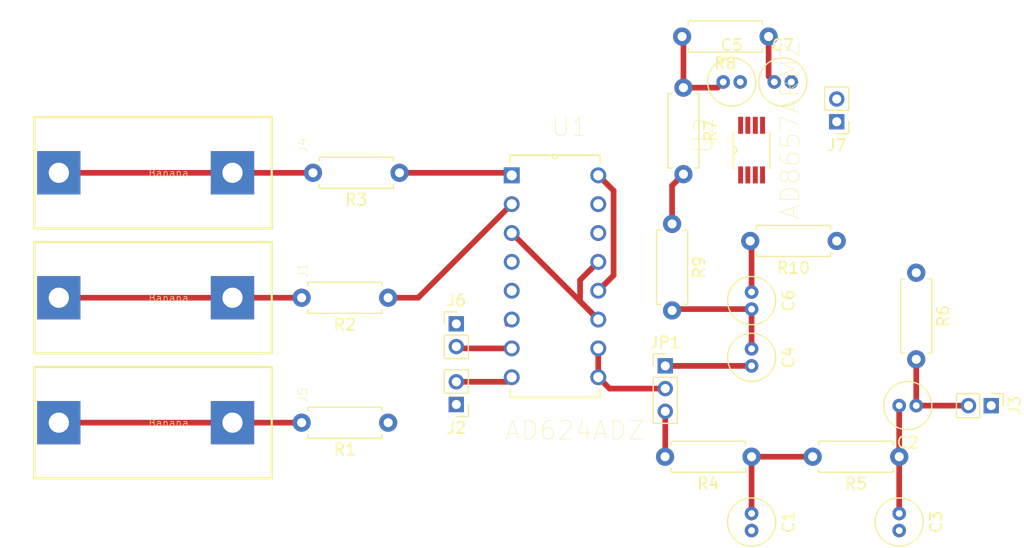
<source format=kicad_pcb>
(kicad_pcb (version 20171130) (host pcbnew "(5.0.2)-1")

  (general
    (thickness 1.6)
    (drawings 0)
    (tracks 55)
    (zones 0)
    (modules 27)
    (nets 27)
  )

  (page A4)
  (layers
    (0 F.Cu signal)
    (31 B.Cu signal)
    (32 B.Adhes user)
    (33 F.Adhes user)
    (34 B.Paste user)
    (35 F.Paste user)
    (36 B.SilkS user)
    (37 F.SilkS user)
    (38 B.Mask user)
    (39 F.Mask user)
    (40 Dwgs.User user)
    (41 Cmts.User user)
    (42 Eco1.User user)
    (43 Eco2.User user)
    (44 Edge.Cuts user)
    (45 Margin user)
    (46 B.CrtYd user)
    (47 F.CrtYd user)
    (48 B.Fab user)
    (49 F.Fab user)
  )

  (setup
    (last_trace_width 0.5)
    (trace_clearance 0.4)
    (zone_clearance 0.508)
    (zone_45_only no)
    (trace_min 0.2)
    (segment_width 0.2)
    (edge_width 0.15)
    (via_size 0.8)
    (via_drill 0.4)
    (via_min_size 0.4)
    (via_min_drill 0.3)
    (uvia_size 0.3)
    (uvia_drill 0.1)
    (uvias_allowed no)
    (uvia_min_size 0.2)
    (uvia_min_drill 0.1)
    (pcb_text_width 0.3)
    (pcb_text_size 1.5 1.5)
    (mod_edge_width 0.15)
    (mod_text_size 1 1)
    (mod_text_width 0.15)
    (pad_size 1.35 1.35)
    (pad_drill 0.8)
    (pad_to_mask_clearance 0.051)
    (solder_mask_min_width 0.25)
    (aux_axis_origin 0 0)
    (visible_elements 7FFFF7FF)
    (pcbplotparams
      (layerselection 0x010fc_ffffffff)
      (usegerberextensions false)
      (usegerberattributes false)
      (usegerberadvancedattributes false)
      (creategerberjobfile false)
      (excludeedgelayer true)
      (linewidth 0.100000)
      (plotframeref false)
      (viasonmask false)
      (mode 1)
      (useauxorigin false)
      (hpglpennumber 1)
      (hpglpenspeed 20)
      (hpglpendiameter 15.000000)
      (psnegative false)
      (psa4output false)
      (plotreference true)
      (plotvalue true)
      (plotinvisibletext false)
      (padsonsilk false)
      (subtractmaskfromsilk false)
      (outputformat 1)
      (mirror false)
      (drillshape 1)
      (scaleselection 1)
      (outputdirectory ""))
  )

  (net 0 "")
  (net 1 "Net-(C1-Pad1)")
  (net 2 GND)
  (net 3 "Net-(C2-Pad2)")
  (net 4 /L3)
  (net 5 /L2)
  (net 6 /L1)
  (net 7 "Net-(R2-Pad1)")
  (net 8 "Net-(R3-Pad1)")
  (net 9 "Net-(U1-Pad11)")
  (net 10 "Net-(U1-Pad4)")
  (net 11 "Net-(U1-Pad12)")
  (net 12 "Net-(U1-Pad5)")
  (net 13 "Net-(U1-Pad14)")
  (net 14 "Net-(U1-Pad15)")
  (net 15 /OUT_SIMPLE)
  (net 16 /FILTRO_COMPLEJO)
  (net 17 "Net-(C4-Pad1)")
  (net 18 "Net-(C5-Pad1)")
  (net 19 /-IN_B)
  (net 20 /+9V)
  (net 21 /-9V)
  (net 22 "Net-(JP1-Pad2)")
  (net 23 /filtro_simple)
  (net 24 /-IN_A)
  (net 25 /+IN_A)
  (net 26 /+IN_B)

  (net_class Default "Esta es la clase de red por defecto."
    (clearance 0.4)
    (trace_width 0.5)
    (via_dia 0.8)
    (via_drill 0.4)
    (uvia_dia 0.3)
    (uvia_drill 0.1)
    (add_net /+9V)
    (add_net /+IN_A)
    (add_net /+IN_B)
    (add_net /-9V)
    (add_net /-IN_A)
    (add_net /-IN_B)
    (add_net /FILTRO_COMPLEJO)
    (add_net /L1)
    (add_net /L2)
    (add_net /L3)
    (add_net /OUT_SIMPLE)
    (add_net /filtro_simple)
    (add_net GND)
    (add_net "Net-(C1-Pad1)")
    (add_net "Net-(C2-Pad2)")
    (add_net "Net-(C4-Pad1)")
    (add_net "Net-(C5-Pad1)")
    (add_net "Net-(JP1-Pad2)")
    (add_net "Net-(R2-Pad1)")
    (add_net "Net-(R3-Pad1)")
    (add_net "Net-(U1-Pad11)")
    (add_net "Net-(U1-Pad12)")
    (add_net "Net-(U1-Pad14)")
    (add_net "Net-(U1-Pad15)")
    (add_net "Net-(U1-Pad4)")
    (add_net "Net-(U1-Pad5)")
  )

  (module Capacitor_THT:C_Radial_D4.0mm_H5.0mm_P1.50mm (layer F.Cu) (tedit 5BC5C9B9) (tstamp 5CBEE76E)
    (at 169 87 270)
    (descr "C, Radial series, Radial, pin pitch=1.50mm, diameter=4mm, height=5mm, Non-Polar Electrolytic Capacitor")
    (tags "C Radial series Radial pin pitch 1.50mm diameter 4mm height 5mm Non-Polar Electrolytic Capacitor")
    (path /5C7E87D0)
    (fp_text reference C1 (at 0.75 -3.25 270) (layer F.SilkS)
      (effects (font (size 1 1) (thickness 0.15)))
    )
    (fp_text value 1u (at 0.75 3.25 270) (layer F.Fab)
      (effects (font (size 1 1) (thickness 0.15)))
    )
    (fp_circle (center 0.75 0) (end 2.75 0) (layer F.Fab) (width 0.1))
    (fp_circle (center 0.75 0) (end 2.87 0) (layer F.SilkS) (width 0.12))
    (fp_circle (center 0.75 0) (end 3 0) (layer F.CrtYd) (width 0.05))
    (fp_text user %R (at 0.75 0 270) (layer F.Fab)
      (effects (font (size 0.8 0.8) (thickness 0.12)))
    )
    (pad 1 thru_hole circle (at 0 0 270) (size 1.2 1.2) (drill 0.6) (layers *.Cu *.Mask)
      (net 1 "Net-(C1-Pad1)"))
    (pad 2 thru_hole circle (at 1.5 0 270) (size 1.2 1.2) (drill 0.6) (layers *.Cu *.Mask)
      (net 2 GND))
    (model ${KISYS3DMOD}/Capacitor_THT.3dshapes/C_Radial_D4.0mm_H5.0mm_P1.50mm.wrl
      (at (xyz 0 0 0))
      (scale (xyz 1 1 1))
      (rotate (xyz 0 0 0))
    )
  )

  (module Capacitor_THT:C_Radial_D4.0mm_H5.0mm_P1.50mm (layer F.Cu) (tedit 5BC5C9B9) (tstamp 5CBEE778)
    (at 183.5 77.5 180)
    (descr "C, Radial series, Radial, pin pitch=1.50mm, diameter=4mm, height=5mm, Non-Polar Electrolytic Capacitor")
    (tags "C Radial series Radial pin pitch 1.50mm diameter 4mm height 5mm Non-Polar Electrolytic Capacitor")
    (path /5C7E8873)
    (fp_text reference C2 (at 0.75 -3.25 180) (layer F.SilkS)
      (effects (font (size 1 1) (thickness 0.15)))
    )
    (fp_text value 1u (at 0.75 3.25 180) (layer F.Fab)
      (effects (font (size 1 1) (thickness 0.15)))
    )
    (fp_circle (center 0.75 0) (end 2.75 0) (layer F.Fab) (width 0.1))
    (fp_circle (center 0.75 0) (end 2.87 0) (layer F.SilkS) (width 0.12))
    (fp_circle (center 0.75 0) (end 3 0) (layer F.CrtYd) (width 0.05))
    (fp_text user %R (at 0.75 0 180) (layer F.Fab)
      (effects (font (size 0.8 0.8) (thickness 0.12)))
    )
    (pad 1 thru_hole circle (at 0 0 180) (size 1.2 1.2) (drill 0.6) (layers *.Cu *.Mask)
      (net 15 /OUT_SIMPLE))
    (pad 2 thru_hole circle (at 1.5 0 180) (size 1.2 1.2) (drill 0.6) (layers *.Cu *.Mask)
      (net 3 "Net-(C2-Pad2)"))
    (model ${KISYS3DMOD}/Capacitor_THT.3dshapes/C_Radial_D4.0mm_H5.0mm_P1.50mm.wrl
      (at (xyz 0 0 0))
      (scale (xyz 1 1 1))
      (rotate (xyz 0 0 0))
    )
  )

  (module Capacitor_THT:C_Radial_D4.0mm_H5.0mm_P1.50mm (layer F.Cu) (tedit 5BC5C9B9) (tstamp 5CBEE782)
    (at 182 87 270)
    (descr "C, Radial series, Radial, pin pitch=1.50mm, diameter=4mm, height=5mm, Non-Polar Electrolytic Capacitor")
    (tags "C Radial series Radial pin pitch 1.50mm diameter 4mm height 5mm Non-Polar Electrolytic Capacitor")
    (path /5C7E882F)
    (fp_text reference C3 (at 0.75 -3.25 270) (layer F.SilkS)
      (effects (font (size 1 1) (thickness 0.15)))
    )
    (fp_text value 0.1u (at 0.75 3.25 270) (layer F.Fab)
      (effects (font (size 1 1) (thickness 0.15)))
    )
    (fp_text user %R (at 0.75 0 270) (layer F.Fab)
      (effects (font (size 0.8 0.8) (thickness 0.12)))
    )
    (fp_circle (center 0.75 0) (end 3 0) (layer F.CrtYd) (width 0.05))
    (fp_circle (center 0.75 0) (end 2.87 0) (layer F.SilkS) (width 0.12))
    (fp_circle (center 0.75 0) (end 2.75 0) (layer F.Fab) (width 0.1))
    (pad 2 thru_hole circle (at 1.5 0 270) (size 1.2 1.2) (drill 0.6) (layers *.Cu *.Mask)
      (net 2 GND))
    (pad 1 thru_hole circle (at 0 0 270) (size 1.2 1.2) (drill 0.6) (layers *.Cu *.Mask)
      (net 3 "Net-(C2-Pad2)"))
    (model ${KISYS3DMOD}/Capacitor_THT.3dshapes/C_Radial_D4.0mm_H5.0mm_P1.50mm.wrl
      (at (xyz 0 0 0))
      (scale (xyz 1 1 1))
      (rotate (xyz 0 0 0))
    )
  )

  (module Capacitor_THT:C_Radial_D4.0mm_H5.0mm_P1.50mm (layer F.Cu) (tedit 5BC5C9B9) (tstamp 5CBEE78C)
    (at 169 72.5 270)
    (descr "C, Radial series, Radial, pin pitch=1.50mm, diameter=4mm, height=5mm, Non-Polar Electrolytic Capacitor")
    (tags "C Radial series Radial pin pitch 1.50mm diameter 4mm height 5mm Non-Polar Electrolytic Capacitor")
    (path /5C82BAF4)
    (fp_text reference C4 (at 0.75 -3.25 270) (layer F.SilkS)
      (effects (font (size 1 1) (thickness 0.15)))
    )
    (fp_text value C (at 0.75 3.25 270) (layer F.Fab)
      (effects (font (size 1 1) (thickness 0.15)))
    )
    (fp_text user %R (at 0.75 0 270) (layer F.Fab)
      (effects (font (size 0.8 0.8) (thickness 0.12)))
    )
    (fp_circle (center 0.75 0) (end 3 0) (layer F.CrtYd) (width 0.05))
    (fp_circle (center 0.75 0) (end 2.87 0) (layer F.SilkS) (width 0.12))
    (fp_circle (center 0.75 0) (end 2.75 0) (layer F.Fab) (width 0.1))
    (pad 2 thru_hole circle (at 1.5 0 270) (size 1.2 1.2) (drill 0.6) (layers *.Cu *.Mask)
      (net 16 /FILTRO_COMPLEJO))
    (pad 1 thru_hole circle (at 0 0 270) (size 1.2 1.2) (drill 0.6) (layers *.Cu *.Mask)
      (net 17 "Net-(C4-Pad1)"))
    (model ${KISYS3DMOD}/Capacitor_THT.3dshapes/C_Radial_D4.0mm_H5.0mm_P1.50mm.wrl
      (at (xyz 0 0 0))
      (scale (xyz 1 1 1))
      (rotate (xyz 0 0 0))
    )
  )

  (module Capacitor_THT:C_Radial_D4.0mm_H5.0mm_P1.50mm (layer F.Cu) (tedit 5C7FC000) (tstamp 5CBEE796)
    (at 166.5 49)
    (descr "C, Radial series, Radial, pin pitch=1.50mm, diameter=4mm, height=5mm, Non-Polar Electrolytic Capacitor")
    (tags "C Radial series Radial pin pitch 1.50mm diameter 4mm height 5mm Non-Polar Electrolytic Capacitor")
    (path /5C83002E)
    (fp_text reference C5 (at 0.75 -3.25) (layer F.SilkS)
      (effects (font (size 1 1) (thickness 0.15)))
    )
    (fp_text value C (at 0.75 3.25) (layer F.Fab)
      (effects (font (size 1 1) (thickness 0.15)))
    )
    (fp_circle (center 0.75 0) (end 2.75 0) (layer F.Fab) (width 0.1))
    (fp_circle (center 0.75 0) (end 2.87 0) (layer F.SilkS) (width 0.12))
    (fp_circle (center 0.75 0) (end 3 0) (layer F.CrtYd) (width 0.05))
    (fp_text user %R (at 0.75 0) (layer F.Fab)
      (effects (font (size 0.8 0.8) (thickness 0.12)))
    )
    (pad 1 thru_hole circle (at 0 0) (size 1.2 1.2) (drill 0.6) (layers *.Cu *.Mask)
      (net 18 "Net-(C5-Pad1)"))
    (pad 2 thru_hole circle (at 1.5 0) (size 1.2 1.2) (drill 0.6) (layers *.Cu *.Mask)
      (net 19 /-IN_B))
    (model ${KISYS3DMOD}/Capacitor_THT.3dshapes/C_Radial_D4.0mm_H5.0mm_P1.50mm.wrl
      (at (xyz 0 0 0))
      (scale (xyz 1 1 1))
      (rotate (xyz 0 0 0))
    )
  )

  (module Capacitor_THT:C_Radial_D4.0mm_H5.0mm_P1.50mm (layer F.Cu) (tedit 5BC5C9B9) (tstamp 5CBEE7A0)
    (at 169 67.5 270)
    (descr "C, Radial series, Radial, pin pitch=1.50mm, diameter=4mm, height=5mm, Non-Polar Electrolytic Capacitor")
    (tags "C Radial series Radial pin pitch 1.50mm diameter 4mm height 5mm Non-Polar Electrolytic Capacitor")
    (path /5C82BBC8)
    (fp_text reference C6 (at 0.75 -3.25 270) (layer F.SilkS)
      (effects (font (size 1 1) (thickness 0.15)))
    )
    (fp_text value C (at 0.75 3.25 270) (layer F.Fab)
      (effects (font (size 1 1) (thickness 0.15)))
    )
    (fp_circle (center 0.75 0) (end 2.75 0) (layer F.Fab) (width 0.1))
    (fp_circle (center 0.75 0) (end 2.87 0) (layer F.SilkS) (width 0.12))
    (fp_circle (center 0.75 0) (end 3 0) (layer F.CrtYd) (width 0.05))
    (fp_text user %R (at 0.75 0 270) (layer F.Fab)
      (effects (font (size 0.8 0.8) (thickness 0.12)))
    )
    (pad 1 thru_hole circle (at 0 0 270) (size 1.2 1.2) (drill 0.6) (layers *.Cu *.Mask)
      (net 25 /+IN_A))
    (pad 2 thru_hole circle (at 1.5 0 270) (size 1.2 1.2) (drill 0.6) (layers *.Cu *.Mask)
      (net 17 "Net-(C4-Pad1)"))
    (model ${KISYS3DMOD}/Capacitor_THT.3dshapes/C_Radial_D4.0mm_H5.0mm_P1.50mm.wrl
      (at (xyz 0 0 0))
      (scale (xyz 1 1 1))
      (rotate (xyz 0 0 0))
    )
  )

  (module Capacitor_THT:C_Radial_D4.0mm_H5.0mm_P1.50mm (layer F.Cu) (tedit 5BC5C9B9) (tstamp 5CBEE7AA)
    (at 171 49)
    (descr "C, Radial series, Radial, pin pitch=1.50mm, diameter=4mm, height=5mm, Non-Polar Electrolytic Capacitor")
    (tags "C Radial series Radial pin pitch 1.50mm diameter 4mm height 5mm Non-Polar Electrolytic Capacitor")
    (path /5C8300EC)
    (fp_text reference C7 (at 0.75 -3.25) (layer F.SilkS)
      (effects (font (size 1 1) (thickness 0.15)))
    )
    (fp_text value C (at 0.75 3.25) (layer F.Fab)
      (effects (font (size 1 1) (thickness 0.15)))
    )
    (fp_text user %R (at 0.75 0) (layer F.Fab)
      (effects (font (size 0.8 0.8) (thickness 0.12)))
    )
    (fp_circle (center 0.75 0) (end 3 0) (layer F.CrtYd) (width 0.05))
    (fp_circle (center 0.75 0) (end 2.87 0) (layer F.SilkS) (width 0.12))
    (fp_circle (center 0.75 0) (end 2.75 0) (layer F.Fab) (width 0.1))
    (pad 2 thru_hole circle (at 1.5 0) (size 1.2 1.2) (drill 0.6) (layers *.Cu *.Mask)
      (net 2 GND))
    (pad 1 thru_hole circle (at 0 0) (size 1.2 1.2) (drill 0.6) (layers *.Cu *.Mask)
      (net 26 /+IN_B))
    (model ${KISYS3DMOD}/Capacitor_THT.3dshapes/C_Radial_D4.0mm_H5.0mm_P1.50mm.wrl
      (at (xyz 0 0 0))
      (scale (xyz 1 1 1))
      (rotate (xyz 0 0 0))
    )
  )

  (module User_library:Banana (layer F.Cu) (tedit 0) (tstamp 5CBEE7C4)
    (at 108 68 180)
    (descr "FEMALE BANANA JACK<p>stacking pitch 0.394\"")
    (path /5C818C24)
    (fp_text reference J1 (at -21.4635 2.41305 270) (layer F.SilkS)
      (effects (font (size 0.800024 0.800024) (thickness 0.05)))
    )
    (fp_text value Banana (at -9.66076 -0.025423 180) (layer F.SilkS)
      (effects (font (size 0.640578 0.640578) (thickness 0.05)))
    )
    (fp_line (start -15.9322 -4.9022) (end -15.9322 -5.9754) (layer Eco2.User) (width 0.2032))
    (fp_line (start -15.9322 -5.9754) (end -14.7066 -5.9754) (layer Eco2.User) (width 0.2032))
    (fp_line (start -14.7066 -5.9754) (end -14.7066 -4.9022) (layer Eco2.User) (width 0.2032))
    (fp_line (start -0.6128 -4.9022) (end -0.6128 -5.9754) (layer Eco2.User) (width 0.2032))
    (fp_line (start -0.6128 -5.9754) (end 0.6128 -5.9754) (layer Eco2.User) (width 0.2032))
    (fp_line (start 0.6128 -5.9754) (end 0.6128 -4.9022) (layer Eco2.User) (width 0.2032))
    (fp_line (start 2.159 -4.9022) (end 2.159 4.9022) (layer F.SilkS) (width 0.2032))
    (fp_line (start 0.6128 4.9022) (end 0.6128 3.8291) (layer Eco2.User) (width 0.2032))
    (fp_line (start 0.6128 3.8291) (end -0.6128 3.8291) (layer Eco2.User) (width 0.2032))
    (fp_line (start -0.6128 3.8291) (end -0.6128 4.9022) (layer Eco2.User) (width 0.2032))
    (fp_line (start -14.7066 4.9022) (end -14.7066 3.8291) (layer Eco2.User) (width 0.2032))
    (fp_line (start -14.7066 3.8291) (end -15.9322 3.8291) (layer Eco2.User) (width 0.2032))
    (fp_line (start -15.9322 3.8291) (end -15.9322 4.9022) (layer Eco2.User) (width 0.2032))
    (fp_line (start -18.7452 4.9022) (end -18.7452 -4.9022) (layer F.SilkS) (width 0.2032))
    (fp_line (start 2.159 -3.81) (end 5.08 -3.81) (layer Eco2.User) (width 0.2032))
    (fp_line (start 5.08 -3.81) (end 5.08 3.81) (layer Eco2.User) (width 0.2032))
    (fp_line (start 5.08 3.81) (end 2.159 3.81) (layer Eco2.User) (width 0.2032))
    (fp_line (start -18.7452 -4.9022) (end 2.159 -4.9022) (layer F.SilkS) (width 0.2032))
    (fp_line (start 2.159 4.9022) (end -18.7452 4.9022) (layer F.SilkS) (width 0.2032))
    (fp_text user >LABEL (at -19.7222 4.45341 180) (layer Cmts.User)
      (effects (font (size 1 1) (thickness 0.05)))
    )
    (pad 1 thru_hole rect (at 0 0 180) (size 3.81 3.81) (drill 1.778) (layers *.Cu *.Mask)
      (net 6 /L1))
    (pad 2 thru_hole rect (at -15.2908 0 180) (size 3.81 3.81) (drill 1.778) (layers *.Cu *.Mask)
      (net 6 /L1))
  )

  (module User_library:Banana (layer F.Cu) (tedit 0) (tstamp 5CBEE80E)
    (at 108 57 180)
    (descr "FEMALE BANANA JACK<p>stacking pitch 0.394\"")
    (path /5C818D54)
    (fp_text reference J4 (at -21.4635 2.41305 270) (layer F.SilkS)
      (effects (font (size 0.800024 0.800024) (thickness 0.05)))
    )
    (fp_text value Banana (at -9.66076 -0.025423 180) (layer F.SilkS)
      (effects (font (size 0.640578 0.640578) (thickness 0.05)))
    )
    (fp_text user >LABEL (at -19.7222 4.45341 180) (layer Cmts.User)
      (effects (font (size 1 1) (thickness 0.05)))
    )
    (fp_line (start 2.159 4.9022) (end -18.7452 4.9022) (layer F.SilkS) (width 0.2032))
    (fp_line (start -18.7452 -4.9022) (end 2.159 -4.9022) (layer F.SilkS) (width 0.2032))
    (fp_line (start 5.08 3.81) (end 2.159 3.81) (layer Eco2.User) (width 0.2032))
    (fp_line (start 5.08 -3.81) (end 5.08 3.81) (layer Eco2.User) (width 0.2032))
    (fp_line (start 2.159 -3.81) (end 5.08 -3.81) (layer Eco2.User) (width 0.2032))
    (fp_line (start -18.7452 4.9022) (end -18.7452 -4.9022) (layer F.SilkS) (width 0.2032))
    (fp_line (start -15.9322 3.8291) (end -15.9322 4.9022) (layer Eco2.User) (width 0.2032))
    (fp_line (start -14.7066 3.8291) (end -15.9322 3.8291) (layer Eco2.User) (width 0.2032))
    (fp_line (start -14.7066 4.9022) (end -14.7066 3.8291) (layer Eco2.User) (width 0.2032))
    (fp_line (start -0.6128 3.8291) (end -0.6128 4.9022) (layer Eco2.User) (width 0.2032))
    (fp_line (start 0.6128 3.8291) (end -0.6128 3.8291) (layer Eco2.User) (width 0.2032))
    (fp_line (start 0.6128 4.9022) (end 0.6128 3.8291) (layer Eco2.User) (width 0.2032))
    (fp_line (start 2.159 -4.9022) (end 2.159 4.9022) (layer F.SilkS) (width 0.2032))
    (fp_line (start 0.6128 -5.9754) (end 0.6128 -4.9022) (layer Eco2.User) (width 0.2032))
    (fp_line (start -0.6128 -5.9754) (end 0.6128 -5.9754) (layer Eco2.User) (width 0.2032))
    (fp_line (start -0.6128 -4.9022) (end -0.6128 -5.9754) (layer Eco2.User) (width 0.2032))
    (fp_line (start -14.7066 -5.9754) (end -14.7066 -4.9022) (layer Eco2.User) (width 0.2032))
    (fp_line (start -15.9322 -5.9754) (end -14.7066 -5.9754) (layer Eco2.User) (width 0.2032))
    (fp_line (start -15.9322 -4.9022) (end -15.9322 -5.9754) (layer Eco2.User) (width 0.2032))
    (pad 2 thru_hole rect (at -15.2908 0 180) (size 3.81 3.81) (drill 1.778) (layers *.Cu *.Mask)
      (net 5 /L2))
    (pad 1 thru_hole rect (at 0 0 180) (size 3.81 3.81) (drill 1.778) (layers *.Cu *.Mask)
      (net 5 /L2))
  )

  (module User_library:Banana (layer F.Cu) (tedit 0) (tstamp 5CBEE828)
    (at 108 79 180)
    (descr "FEMALE BANANA JACK<p>stacking pitch 0.394\"")
    (path /5C818E05)
    (fp_text reference J5 (at -21.4635 2.41305 270) (layer F.SilkS)
      (effects (font (size 0.800024 0.800024) (thickness 0.05)))
    )
    (fp_text value Banana (at -9.66076 -0.025423 180) (layer F.SilkS)
      (effects (font (size 0.640578 0.640578) (thickness 0.05)))
    )
    (fp_line (start -15.9322 -4.9022) (end -15.9322 -5.9754) (layer Eco2.User) (width 0.2032))
    (fp_line (start -15.9322 -5.9754) (end -14.7066 -5.9754) (layer Eco2.User) (width 0.2032))
    (fp_line (start -14.7066 -5.9754) (end -14.7066 -4.9022) (layer Eco2.User) (width 0.2032))
    (fp_line (start -0.6128 -4.9022) (end -0.6128 -5.9754) (layer Eco2.User) (width 0.2032))
    (fp_line (start -0.6128 -5.9754) (end 0.6128 -5.9754) (layer Eco2.User) (width 0.2032))
    (fp_line (start 0.6128 -5.9754) (end 0.6128 -4.9022) (layer Eco2.User) (width 0.2032))
    (fp_line (start 2.159 -4.9022) (end 2.159 4.9022) (layer F.SilkS) (width 0.2032))
    (fp_line (start 0.6128 4.9022) (end 0.6128 3.8291) (layer Eco2.User) (width 0.2032))
    (fp_line (start 0.6128 3.8291) (end -0.6128 3.8291) (layer Eco2.User) (width 0.2032))
    (fp_line (start -0.6128 3.8291) (end -0.6128 4.9022) (layer Eco2.User) (width 0.2032))
    (fp_line (start -14.7066 4.9022) (end -14.7066 3.8291) (layer Eco2.User) (width 0.2032))
    (fp_line (start -14.7066 3.8291) (end -15.9322 3.8291) (layer Eco2.User) (width 0.2032))
    (fp_line (start -15.9322 3.8291) (end -15.9322 4.9022) (layer Eco2.User) (width 0.2032))
    (fp_line (start -18.7452 4.9022) (end -18.7452 -4.9022) (layer F.SilkS) (width 0.2032))
    (fp_line (start 2.159 -3.81) (end 5.08 -3.81) (layer Eco2.User) (width 0.2032))
    (fp_line (start 5.08 -3.81) (end 5.08 3.81) (layer Eco2.User) (width 0.2032))
    (fp_line (start 5.08 3.81) (end 2.159 3.81) (layer Eco2.User) (width 0.2032))
    (fp_line (start -18.7452 -4.9022) (end 2.159 -4.9022) (layer F.SilkS) (width 0.2032))
    (fp_line (start 2.159 4.9022) (end -18.7452 4.9022) (layer F.SilkS) (width 0.2032))
    (fp_text user >LABEL (at -19.7222 4.45341 180) (layer Cmts.User)
      (effects (font (size 1 1) (thickness 0.05)))
    )
    (pad 1 thru_hole rect (at 0 0 180) (size 3.81 3.81) (drill 1.778) (layers *.Cu *.Mask)
      (net 4 /L3))
    (pad 2 thru_hole rect (at -15.2908 0 180) (size 3.81 3.81) (drill 1.778) (layers *.Cu *.Mask)
      (net 4 /L3))
  )

  (module Resistor_THT:R_Axial_DIN0207_L6.3mm_D2.5mm_P7.62mm_Horizontal (layer F.Cu) (tedit 5AE5139B) (tstamp 5CBEE888)
    (at 137 79 180)
    (descr "Resistor, Axial_DIN0207 series, Axial, Horizontal, pin pitch=7.62mm, 0.25W = 1/4W, length*diameter=6.3*2.5mm^2, http://cdn-reichelt.de/documents/datenblatt/B400/1_4W%23YAG.pdf")
    (tags "Resistor Axial_DIN0207 series Axial Horizontal pin pitch 7.62mm 0.25W = 1/4W length 6.3mm diameter 2.5mm")
    (path /5C7E6BFA)
    (fp_text reference R1 (at 3.81 -2.37 180) (layer F.SilkS)
      (effects (font (size 1 1) (thickness 0.15)))
    )
    (fp_text value 100 (at 3.81 2.37 180) (layer F.Fab)
      (effects (font (size 1 1) (thickness 0.15)))
    )
    (fp_text user %R (at 3.81 0 180) (layer F.Fab)
      (effects (font (size 1 1) (thickness 0.15)))
    )
    (fp_line (start 8.67 -1.5) (end -1.05 -1.5) (layer F.CrtYd) (width 0.05))
    (fp_line (start 8.67 1.5) (end 8.67 -1.5) (layer F.CrtYd) (width 0.05))
    (fp_line (start -1.05 1.5) (end 8.67 1.5) (layer F.CrtYd) (width 0.05))
    (fp_line (start -1.05 -1.5) (end -1.05 1.5) (layer F.CrtYd) (width 0.05))
    (fp_line (start 7.08 1.37) (end 7.08 1.04) (layer F.SilkS) (width 0.12))
    (fp_line (start 0.54 1.37) (end 7.08 1.37) (layer F.SilkS) (width 0.12))
    (fp_line (start 0.54 1.04) (end 0.54 1.37) (layer F.SilkS) (width 0.12))
    (fp_line (start 7.08 -1.37) (end 7.08 -1.04) (layer F.SilkS) (width 0.12))
    (fp_line (start 0.54 -1.37) (end 7.08 -1.37) (layer F.SilkS) (width 0.12))
    (fp_line (start 0.54 -1.04) (end 0.54 -1.37) (layer F.SilkS) (width 0.12))
    (fp_line (start 7.62 0) (end 6.96 0) (layer F.Fab) (width 0.1))
    (fp_line (start 0 0) (end 0.66 0) (layer F.Fab) (width 0.1))
    (fp_line (start 6.96 -1.25) (end 0.66 -1.25) (layer F.Fab) (width 0.1))
    (fp_line (start 6.96 1.25) (end 6.96 -1.25) (layer F.Fab) (width 0.1))
    (fp_line (start 0.66 1.25) (end 6.96 1.25) (layer F.Fab) (width 0.1))
    (fp_line (start 0.66 -1.25) (end 0.66 1.25) (layer F.Fab) (width 0.1))
    (pad 2 thru_hole oval (at 7.62 0 180) (size 1.6 1.6) (drill 0.8) (layers *.Cu *.Mask)
      (net 4 /L3))
    (pad 1 thru_hole circle (at 0 0 180) (size 1.6 1.6) (drill 0.8) (layers *.Cu *.Mask)
      (net 2 GND))
    (model ${KISYS3DMOD}/Resistor_THT.3dshapes/R_Axial_DIN0207_L6.3mm_D2.5mm_P7.62mm_Horizontal.wrl
      (at (xyz 0 0 0))
      (scale (xyz 1 1 1))
      (rotate (xyz 0 0 0))
    )
  )

  (module Resistor_THT:R_Axial_DIN0207_L6.3mm_D2.5mm_P7.62mm_Horizontal (layer F.Cu) (tedit 5AE5139B) (tstamp 5CBEE89F)
    (at 137 68 180)
    (descr "Resistor, Axial_DIN0207 series, Axial, Horizontal, pin pitch=7.62mm, 0.25W = 1/4W, length*diameter=6.3*2.5mm^2, http://cdn-reichelt.de/documents/datenblatt/B400/1_4W%23YAG.pdf")
    (tags "Resistor Axial_DIN0207 series Axial Horizontal pin pitch 7.62mm 0.25W = 1/4W length 6.3mm diameter 2.5mm")
    (path /5C7E6AAF)
    (fp_text reference R2 (at 3.81 -2.37 180) (layer F.SilkS)
      (effects (font (size 1 1) (thickness 0.15)))
    )
    (fp_text value 47k (at 3.81 2.37 180) (layer F.Fab)
      (effects (font (size 1 1) (thickness 0.15)))
    )
    (fp_text user %R (at 3.81 0 180) (layer F.Fab)
      (effects (font (size 1 1) (thickness 0.15)))
    )
    (fp_line (start 8.67 -1.5) (end -1.05 -1.5) (layer F.CrtYd) (width 0.05))
    (fp_line (start 8.67 1.5) (end 8.67 -1.5) (layer F.CrtYd) (width 0.05))
    (fp_line (start -1.05 1.5) (end 8.67 1.5) (layer F.CrtYd) (width 0.05))
    (fp_line (start -1.05 -1.5) (end -1.05 1.5) (layer F.CrtYd) (width 0.05))
    (fp_line (start 7.08 1.37) (end 7.08 1.04) (layer F.SilkS) (width 0.12))
    (fp_line (start 0.54 1.37) (end 7.08 1.37) (layer F.SilkS) (width 0.12))
    (fp_line (start 0.54 1.04) (end 0.54 1.37) (layer F.SilkS) (width 0.12))
    (fp_line (start 7.08 -1.37) (end 7.08 -1.04) (layer F.SilkS) (width 0.12))
    (fp_line (start 0.54 -1.37) (end 7.08 -1.37) (layer F.SilkS) (width 0.12))
    (fp_line (start 0.54 -1.04) (end 0.54 -1.37) (layer F.SilkS) (width 0.12))
    (fp_line (start 7.62 0) (end 6.96 0) (layer F.Fab) (width 0.1))
    (fp_line (start 0 0) (end 0.66 0) (layer F.Fab) (width 0.1))
    (fp_line (start 6.96 -1.25) (end 0.66 -1.25) (layer F.Fab) (width 0.1))
    (fp_line (start 6.96 1.25) (end 6.96 -1.25) (layer F.Fab) (width 0.1))
    (fp_line (start 0.66 1.25) (end 6.96 1.25) (layer F.Fab) (width 0.1))
    (fp_line (start 0.66 -1.25) (end 0.66 1.25) (layer F.Fab) (width 0.1))
    (pad 2 thru_hole oval (at 7.62 0 180) (size 1.6 1.6) (drill 0.8) (layers *.Cu *.Mask)
      (net 6 /L1))
    (pad 1 thru_hole circle (at 0 0 180) (size 1.6 1.6) (drill 0.8) (layers *.Cu *.Mask)
      (net 7 "Net-(R2-Pad1)"))
    (model ${KISYS3DMOD}/Resistor_THT.3dshapes/R_Axial_DIN0207_L6.3mm_D2.5mm_P7.62mm_Horizontal.wrl
      (at (xyz 0 0 0))
      (scale (xyz 1 1 1))
      (rotate (xyz 0 0 0))
    )
  )

  (module Resistor_THT:R_Axial_DIN0207_L6.3mm_D2.5mm_P7.62mm_Horizontal (layer F.Cu) (tedit 5AE5139B) (tstamp 5CBEE8B6)
    (at 138 57 180)
    (descr "Resistor, Axial_DIN0207 series, Axial, Horizontal, pin pitch=7.62mm, 0.25W = 1/4W, length*diameter=6.3*2.5mm^2, http://cdn-reichelt.de/documents/datenblatt/B400/1_4W%23YAG.pdf")
    (tags "Resistor Axial_DIN0207 series Axial Horizontal pin pitch 7.62mm 0.25W = 1/4W length 6.3mm diameter 2.5mm")
    (path /5C7E6B8F)
    (fp_text reference R3 (at 3.81 -2.37 180) (layer F.SilkS)
      (effects (font (size 1 1) (thickness 0.15)))
    )
    (fp_text value 47k (at 3.81 2.37 180) (layer F.Fab)
      (effects (font (size 1 1) (thickness 0.15)))
    )
    (fp_line (start 0.66 -1.25) (end 0.66 1.25) (layer F.Fab) (width 0.1))
    (fp_line (start 0.66 1.25) (end 6.96 1.25) (layer F.Fab) (width 0.1))
    (fp_line (start 6.96 1.25) (end 6.96 -1.25) (layer F.Fab) (width 0.1))
    (fp_line (start 6.96 -1.25) (end 0.66 -1.25) (layer F.Fab) (width 0.1))
    (fp_line (start 0 0) (end 0.66 0) (layer F.Fab) (width 0.1))
    (fp_line (start 7.62 0) (end 6.96 0) (layer F.Fab) (width 0.1))
    (fp_line (start 0.54 -1.04) (end 0.54 -1.37) (layer F.SilkS) (width 0.12))
    (fp_line (start 0.54 -1.37) (end 7.08 -1.37) (layer F.SilkS) (width 0.12))
    (fp_line (start 7.08 -1.37) (end 7.08 -1.04) (layer F.SilkS) (width 0.12))
    (fp_line (start 0.54 1.04) (end 0.54 1.37) (layer F.SilkS) (width 0.12))
    (fp_line (start 0.54 1.37) (end 7.08 1.37) (layer F.SilkS) (width 0.12))
    (fp_line (start 7.08 1.37) (end 7.08 1.04) (layer F.SilkS) (width 0.12))
    (fp_line (start -1.05 -1.5) (end -1.05 1.5) (layer F.CrtYd) (width 0.05))
    (fp_line (start -1.05 1.5) (end 8.67 1.5) (layer F.CrtYd) (width 0.05))
    (fp_line (start 8.67 1.5) (end 8.67 -1.5) (layer F.CrtYd) (width 0.05))
    (fp_line (start 8.67 -1.5) (end -1.05 -1.5) (layer F.CrtYd) (width 0.05))
    (fp_text user %R (at 3.81 0 180) (layer F.Fab)
      (effects (font (size 1 1) (thickness 0.15)))
    )
    (pad 1 thru_hole circle (at 0 0 180) (size 1.6 1.6) (drill 0.8) (layers *.Cu *.Mask)
      (net 8 "Net-(R3-Pad1)"))
    (pad 2 thru_hole oval (at 7.62 0 180) (size 1.6 1.6) (drill 0.8) (layers *.Cu *.Mask)
      (net 5 /L2))
    (model ${KISYS3DMOD}/Resistor_THT.3dshapes/R_Axial_DIN0207_L6.3mm_D2.5mm_P7.62mm_Horizontal.wrl
      (at (xyz 0 0 0))
      (scale (xyz 1 1 1))
      (rotate (xyz 0 0 0))
    )
  )

  (module Resistor_THT:R_Axial_DIN0207_L6.3mm_D2.5mm_P7.62mm_Horizontal (layer F.Cu) (tedit 5AE5139B) (tstamp 5CBEE8CD)
    (at 169 82 180)
    (descr "Resistor, Axial_DIN0207 series, Axial, Horizontal, pin pitch=7.62mm, 0.25W = 1/4W, length*diameter=6.3*2.5mm^2, http://cdn-reichelt.de/documents/datenblatt/B400/1_4W%23YAG.pdf")
    (tags "Resistor Axial_DIN0207 series Axial Horizontal pin pitch 7.62mm 0.25W = 1/4W length 6.3mm diameter 2.5mm")
    (path /5C7E86B3)
    (fp_text reference R4 (at 3.81 -2.37 180) (layer F.SilkS)
      (effects (font (size 1 1) (thickness 0.15)))
    )
    (fp_text value 4.7k (at 3.81 2.37 180) (layer F.Fab)
      (effects (font (size 1 1) (thickness 0.15)))
    )
    (fp_line (start 0.66 -1.25) (end 0.66 1.25) (layer F.Fab) (width 0.1))
    (fp_line (start 0.66 1.25) (end 6.96 1.25) (layer F.Fab) (width 0.1))
    (fp_line (start 6.96 1.25) (end 6.96 -1.25) (layer F.Fab) (width 0.1))
    (fp_line (start 6.96 -1.25) (end 0.66 -1.25) (layer F.Fab) (width 0.1))
    (fp_line (start 0 0) (end 0.66 0) (layer F.Fab) (width 0.1))
    (fp_line (start 7.62 0) (end 6.96 0) (layer F.Fab) (width 0.1))
    (fp_line (start 0.54 -1.04) (end 0.54 -1.37) (layer F.SilkS) (width 0.12))
    (fp_line (start 0.54 -1.37) (end 7.08 -1.37) (layer F.SilkS) (width 0.12))
    (fp_line (start 7.08 -1.37) (end 7.08 -1.04) (layer F.SilkS) (width 0.12))
    (fp_line (start 0.54 1.04) (end 0.54 1.37) (layer F.SilkS) (width 0.12))
    (fp_line (start 0.54 1.37) (end 7.08 1.37) (layer F.SilkS) (width 0.12))
    (fp_line (start 7.08 1.37) (end 7.08 1.04) (layer F.SilkS) (width 0.12))
    (fp_line (start -1.05 -1.5) (end -1.05 1.5) (layer F.CrtYd) (width 0.05))
    (fp_line (start -1.05 1.5) (end 8.67 1.5) (layer F.CrtYd) (width 0.05))
    (fp_line (start 8.67 1.5) (end 8.67 -1.5) (layer F.CrtYd) (width 0.05))
    (fp_line (start 8.67 -1.5) (end -1.05 -1.5) (layer F.CrtYd) (width 0.05))
    (fp_text user %R (at 3.81 0 180) (layer F.Fab)
      (effects (font (size 1 1) (thickness 0.15)))
    )
    (pad 1 thru_hole circle (at 0 0 180) (size 1.6 1.6) (drill 0.8) (layers *.Cu *.Mask)
      (net 1 "Net-(C1-Pad1)"))
    (pad 2 thru_hole oval (at 7.62 0 180) (size 1.6 1.6) (drill 0.8) (layers *.Cu *.Mask)
      (net 23 /filtro_simple))
    (model ${KISYS3DMOD}/Resistor_THT.3dshapes/R_Axial_DIN0207_L6.3mm_D2.5mm_P7.62mm_Horizontal.wrl
      (at (xyz 0 0 0))
      (scale (xyz 1 1 1))
      (rotate (xyz 0 0 0))
    )
  )

  (module Resistor_THT:R_Axial_DIN0207_L6.3mm_D2.5mm_P7.62mm_Horizontal (layer F.Cu) (tedit 5AE5139B) (tstamp 5CBEE8E4)
    (at 182 82 180)
    (descr "Resistor, Axial_DIN0207 series, Axial, Horizontal, pin pitch=7.62mm, 0.25W = 1/4W, length*diameter=6.3*2.5mm^2, http://cdn-reichelt.de/documents/datenblatt/B400/1_4W%23YAG.pdf")
    (tags "Resistor Axial_DIN0207 series Axial Horizontal pin pitch 7.62mm 0.25W = 1/4W length 6.3mm diameter 2.5mm")
    (path /5C7E874E)
    (fp_text reference R5 (at 3.81 -2.37 180) (layer F.SilkS)
      (effects (font (size 1 1) (thickness 0.15)))
    )
    (fp_text value 4.7k (at 3.81 2.37 180) (layer F.Fab)
      (effects (font (size 1 1) (thickness 0.15)))
    )
    (fp_text user %R (at 3.81 0 180) (layer F.Fab)
      (effects (font (size 1 1) (thickness 0.15)))
    )
    (fp_line (start 8.67 -1.5) (end -1.05 -1.5) (layer F.CrtYd) (width 0.05))
    (fp_line (start 8.67 1.5) (end 8.67 -1.5) (layer F.CrtYd) (width 0.05))
    (fp_line (start -1.05 1.5) (end 8.67 1.5) (layer F.CrtYd) (width 0.05))
    (fp_line (start -1.05 -1.5) (end -1.05 1.5) (layer F.CrtYd) (width 0.05))
    (fp_line (start 7.08 1.37) (end 7.08 1.04) (layer F.SilkS) (width 0.12))
    (fp_line (start 0.54 1.37) (end 7.08 1.37) (layer F.SilkS) (width 0.12))
    (fp_line (start 0.54 1.04) (end 0.54 1.37) (layer F.SilkS) (width 0.12))
    (fp_line (start 7.08 -1.37) (end 7.08 -1.04) (layer F.SilkS) (width 0.12))
    (fp_line (start 0.54 -1.37) (end 7.08 -1.37) (layer F.SilkS) (width 0.12))
    (fp_line (start 0.54 -1.04) (end 0.54 -1.37) (layer F.SilkS) (width 0.12))
    (fp_line (start 7.62 0) (end 6.96 0) (layer F.Fab) (width 0.1))
    (fp_line (start 0 0) (end 0.66 0) (layer F.Fab) (width 0.1))
    (fp_line (start 6.96 -1.25) (end 0.66 -1.25) (layer F.Fab) (width 0.1))
    (fp_line (start 6.96 1.25) (end 6.96 -1.25) (layer F.Fab) (width 0.1))
    (fp_line (start 0.66 1.25) (end 6.96 1.25) (layer F.Fab) (width 0.1))
    (fp_line (start 0.66 -1.25) (end 0.66 1.25) (layer F.Fab) (width 0.1))
    (pad 2 thru_hole oval (at 7.62 0 180) (size 1.6 1.6) (drill 0.8) (layers *.Cu *.Mask)
      (net 1 "Net-(C1-Pad1)"))
    (pad 1 thru_hole circle (at 0 0 180) (size 1.6 1.6) (drill 0.8) (layers *.Cu *.Mask)
      (net 3 "Net-(C2-Pad2)"))
    (model ${KISYS3DMOD}/Resistor_THT.3dshapes/R_Axial_DIN0207_L6.3mm_D2.5mm_P7.62mm_Horizontal.wrl
      (at (xyz 0 0 0))
      (scale (xyz 1 1 1))
      (rotate (xyz 0 0 0))
    )
  )

  (module Resistor_THT:R_Axial_DIN0207_L6.3mm_D2.5mm_P7.62mm_Horizontal (layer F.Cu) (tedit 5AE5139B) (tstamp 5CBEE8FB)
    (at 183.5 65.8 270)
    (descr "Resistor, Axial_DIN0207 series, Axial, Horizontal, pin pitch=7.62mm, 0.25W = 1/4W, length*diameter=6.3*2.5mm^2, http://cdn-reichelt.de/documents/datenblatt/B400/1_4W%23YAG.pdf")
    (tags "Resistor Axial_DIN0207 series Axial Horizontal pin pitch 7.62mm 0.25W = 1/4W length 6.3mm diameter 2.5mm")
    (path /5C7E878D)
    (fp_text reference R6 (at 3.81 -2.37 270) (layer F.SilkS)
      (effects (font (size 1 1) (thickness 0.15)))
    )
    (fp_text value 680k (at 3.81 2.37 270) (layer F.Fab)
      (effects (font (size 1 1) (thickness 0.15)))
    )
    (fp_line (start 0.66 -1.25) (end 0.66 1.25) (layer F.Fab) (width 0.1))
    (fp_line (start 0.66 1.25) (end 6.96 1.25) (layer F.Fab) (width 0.1))
    (fp_line (start 6.96 1.25) (end 6.96 -1.25) (layer F.Fab) (width 0.1))
    (fp_line (start 6.96 -1.25) (end 0.66 -1.25) (layer F.Fab) (width 0.1))
    (fp_line (start 0 0) (end 0.66 0) (layer F.Fab) (width 0.1))
    (fp_line (start 7.62 0) (end 6.96 0) (layer F.Fab) (width 0.1))
    (fp_line (start 0.54 -1.04) (end 0.54 -1.37) (layer F.SilkS) (width 0.12))
    (fp_line (start 0.54 -1.37) (end 7.08 -1.37) (layer F.SilkS) (width 0.12))
    (fp_line (start 7.08 -1.37) (end 7.08 -1.04) (layer F.SilkS) (width 0.12))
    (fp_line (start 0.54 1.04) (end 0.54 1.37) (layer F.SilkS) (width 0.12))
    (fp_line (start 0.54 1.37) (end 7.08 1.37) (layer F.SilkS) (width 0.12))
    (fp_line (start 7.08 1.37) (end 7.08 1.04) (layer F.SilkS) (width 0.12))
    (fp_line (start -1.05 -1.5) (end -1.05 1.5) (layer F.CrtYd) (width 0.05))
    (fp_line (start -1.05 1.5) (end 8.67 1.5) (layer F.CrtYd) (width 0.05))
    (fp_line (start 8.67 1.5) (end 8.67 -1.5) (layer F.CrtYd) (width 0.05))
    (fp_line (start 8.67 -1.5) (end -1.05 -1.5) (layer F.CrtYd) (width 0.05))
    (fp_text user %R (at 3.81 0 270) (layer F.Fab)
      (effects (font (size 1 1) (thickness 0.15)))
    )
    (pad 1 thru_hole circle (at 0 0 270) (size 1.6 1.6) (drill 0.8) (layers *.Cu *.Mask)
      (net 2 GND))
    (pad 2 thru_hole oval (at 7.62 0 270) (size 1.6 1.6) (drill 0.8) (layers *.Cu *.Mask)
      (net 15 /OUT_SIMPLE))
    (model ${KISYS3DMOD}/Resistor_THT.3dshapes/R_Axial_DIN0207_L6.3mm_D2.5mm_P7.62mm_Horizontal.wrl
      (at (xyz 0 0 0))
      (scale (xyz 1 1 1))
      (rotate (xyz 0 0 0))
    )
  )

  (module Resistor_THT:R_Axial_DIN0207_L6.3mm_D2.5mm_P7.62mm_Horizontal (layer F.Cu) (tedit 5C7FC2A4) (tstamp 5CBEE912)
    (at 163 49.5 270)
    (descr "Resistor, Axial_DIN0207 series, Axial, Horizontal, pin pitch=7.62mm, 0.25W = 1/4W, length*diameter=6.3*2.5mm^2, http://cdn-reichelt.de/documents/datenblatt/B400/1_4W%23YAG.pdf")
    (tags "Resistor Axial_DIN0207 series Axial Horizontal pin pitch 7.62mm 0.25W = 1/4W length 6.3mm diameter 2.5mm")
    (path /5C82FED6)
    (fp_text reference R7 (at 3.81 -2.37 270) (layer F.SilkS)
      (effects (font (size 1 1) (thickness 0.15)))
    )
    (fp_text value R (at 3.81 2.37 270) (layer F.Fab)
      (effects (font (size 1 1) (thickness 0.15)))
    )
    (fp_line (start 0.66 -1.25) (end 0.66 1.25) (layer F.Fab) (width 0.1))
    (fp_line (start 0.66 1.25) (end 6.96 1.25) (layer F.Fab) (width 0.1))
    (fp_line (start 6.96 1.25) (end 6.96 -1.25) (layer F.Fab) (width 0.1))
    (fp_line (start 6.96 -1.25) (end 0.66 -1.25) (layer F.Fab) (width 0.1))
    (fp_line (start 0 0) (end 0.66 0) (layer F.Fab) (width 0.1))
    (fp_line (start 7.62 0) (end 6.96 0) (layer F.Fab) (width 0.1))
    (fp_line (start 0.54 -1.04) (end 0.54 -1.37) (layer F.SilkS) (width 0.12))
    (fp_line (start 0.54 -1.37) (end 7.08 -1.37) (layer F.SilkS) (width 0.12))
    (fp_line (start 7.08 -1.37) (end 7.08 -1.04) (layer F.SilkS) (width 0.12))
    (fp_line (start 0.54 1.04) (end 0.54 1.37) (layer F.SilkS) (width 0.12))
    (fp_line (start 0.54 1.37) (end 7.08 1.37) (layer F.SilkS) (width 0.12))
    (fp_line (start 7.08 1.37) (end 7.08 1.04) (layer F.SilkS) (width 0.12))
    (fp_line (start -1.05 -1.5) (end -1.05 1.5) (layer F.CrtYd) (width 0.05))
    (fp_line (start -1.05 1.5) (end 8.67 1.5) (layer F.CrtYd) (width 0.05))
    (fp_line (start 8.67 1.5) (end 8.67 -1.5) (layer F.CrtYd) (width 0.05))
    (fp_line (start 8.67 -1.5) (end -1.05 -1.5) (layer F.CrtYd) (width 0.05))
    (fp_text user %R (at 3.81 0 270) (layer F.Fab)
      (effects (font (size 1 1) (thickness 0.15)))
    )
    (pad 1 thru_hole circle (at 0 0 270) (size 1.6 1.6) (drill 0.8) (layers *.Cu *.Mask)
      (net 18 "Net-(C5-Pad1)"))
    (pad 2 thru_hole oval (at 7.62 0 270) (size 1.6 1.6) (drill 0.8) (layers *.Cu *.Mask)
      (net 24 /-IN_A))
    (model ${KISYS3DMOD}/Resistor_THT.3dshapes/R_Axial_DIN0207_L6.3mm_D2.5mm_P7.62mm_Horizontal.wrl
      (at (xyz 0 0 0))
      (scale (xyz 1 1 1))
      (rotate (xyz 0 0 0))
    )
  )

  (module Resistor_THT:R_Axial_DIN0207_L6.3mm_D2.5mm_P7.62mm_Horizontal (layer F.Cu) (tedit 5AE5139B) (tstamp 5CBEE929)
    (at 170.5 45 180)
    (descr "Resistor, Axial_DIN0207 series, Axial, Horizontal, pin pitch=7.62mm, 0.25W = 1/4W, length*diameter=6.3*2.5mm^2, http://cdn-reichelt.de/documents/datenblatt/B400/1_4W%23YAG.pdf")
    (tags "Resistor Axial_DIN0207 series Axial Horizontal pin pitch 7.62mm 0.25W = 1/4W length 6.3mm diameter 2.5mm")
    (path /5C82FFB0)
    (fp_text reference R8 (at 3.81 -2.37 180) (layer F.SilkS)
      (effects (font (size 1 1) (thickness 0.15)))
    )
    (fp_text value R (at 3.81 2.37 180) (layer F.Fab)
      (effects (font (size 1 1) (thickness 0.15)))
    )
    (fp_text user %R (at 3.81 0 180) (layer F.Fab)
      (effects (font (size 1 1) (thickness 0.15)))
    )
    (fp_line (start 8.67 -1.5) (end -1.05 -1.5) (layer F.CrtYd) (width 0.05))
    (fp_line (start 8.67 1.5) (end 8.67 -1.5) (layer F.CrtYd) (width 0.05))
    (fp_line (start -1.05 1.5) (end 8.67 1.5) (layer F.CrtYd) (width 0.05))
    (fp_line (start -1.05 -1.5) (end -1.05 1.5) (layer F.CrtYd) (width 0.05))
    (fp_line (start 7.08 1.37) (end 7.08 1.04) (layer F.SilkS) (width 0.12))
    (fp_line (start 0.54 1.37) (end 7.08 1.37) (layer F.SilkS) (width 0.12))
    (fp_line (start 0.54 1.04) (end 0.54 1.37) (layer F.SilkS) (width 0.12))
    (fp_line (start 7.08 -1.37) (end 7.08 -1.04) (layer F.SilkS) (width 0.12))
    (fp_line (start 0.54 -1.37) (end 7.08 -1.37) (layer F.SilkS) (width 0.12))
    (fp_line (start 0.54 -1.04) (end 0.54 -1.37) (layer F.SilkS) (width 0.12))
    (fp_line (start 7.62 0) (end 6.96 0) (layer F.Fab) (width 0.1))
    (fp_line (start 0 0) (end 0.66 0) (layer F.Fab) (width 0.1))
    (fp_line (start 6.96 -1.25) (end 0.66 -1.25) (layer F.Fab) (width 0.1))
    (fp_line (start 6.96 1.25) (end 6.96 -1.25) (layer F.Fab) (width 0.1))
    (fp_line (start 0.66 1.25) (end 6.96 1.25) (layer F.Fab) (width 0.1))
    (fp_line (start 0.66 -1.25) (end 0.66 1.25) (layer F.Fab) (width 0.1))
    (pad 2 thru_hole oval (at 7.62 0 180) (size 1.6 1.6) (drill 0.8) (layers *.Cu *.Mask)
      (net 18 "Net-(C5-Pad1)"))
    (pad 1 thru_hole circle (at 0 0 180) (size 1.6 1.6) (drill 0.8) (layers *.Cu *.Mask)
      (net 26 /+IN_B))
    (model ${KISYS3DMOD}/Resistor_THT.3dshapes/R_Axial_DIN0207_L6.3mm_D2.5mm_P7.62mm_Horizontal.wrl
      (at (xyz 0 0 0))
      (scale (xyz 1 1 1))
      (rotate (xyz 0 0 0))
    )
  )

  (module Resistor_THT:R_Axial_DIN0207_L6.3mm_D2.5mm_P7.62mm_Horizontal (layer F.Cu) (tedit 5C7FC233) (tstamp 5CBEE940)
    (at 162 61.5 270)
    (descr "Resistor, Axial_DIN0207 series, Axial, Horizontal, pin pitch=7.62mm, 0.25W = 1/4W, length*diameter=6.3*2.5mm^2, http://cdn-reichelt.de/documents/datenblatt/B400/1_4W%23YAG.pdf")
    (tags "Resistor Axial_DIN0207 series Axial Horizontal pin pitch 7.62mm 0.25W = 1/4W length 6.3mm diameter 2.5mm")
    (path /5C82BC4D)
    (fp_text reference R9 (at 3.81 -2.37 270) (layer F.SilkS)
      (effects (font (size 1 1) (thickness 0.15)))
    )
    (fp_text value R (at 3.81 2.37 270) (layer F.Fab)
      (effects (font (size 1 1) (thickness 0.15)))
    )
    (fp_line (start 0.66 -1.25) (end 0.66 1.25) (layer F.Fab) (width 0.1))
    (fp_line (start 0.66 1.25) (end 6.96 1.25) (layer F.Fab) (width 0.1))
    (fp_line (start 6.96 1.25) (end 6.96 -1.25) (layer F.Fab) (width 0.1))
    (fp_line (start 6.96 -1.25) (end 0.66 -1.25) (layer F.Fab) (width 0.1))
    (fp_line (start 0 0) (end 0.66 0) (layer F.Fab) (width 0.1))
    (fp_line (start 7.62 0) (end 6.96 0) (layer F.Fab) (width 0.1))
    (fp_line (start 0.54 -1.04) (end 0.54 -1.37) (layer F.SilkS) (width 0.12))
    (fp_line (start 0.54 -1.37) (end 7.08 -1.37) (layer F.SilkS) (width 0.12))
    (fp_line (start 7.08 -1.37) (end 7.08 -1.04) (layer F.SilkS) (width 0.12))
    (fp_line (start 0.54 1.04) (end 0.54 1.37) (layer F.SilkS) (width 0.12))
    (fp_line (start 0.54 1.37) (end 7.08 1.37) (layer F.SilkS) (width 0.12))
    (fp_line (start 7.08 1.37) (end 7.08 1.04) (layer F.SilkS) (width 0.12))
    (fp_line (start -1.05 -1.5) (end -1.05 1.5) (layer F.CrtYd) (width 0.05))
    (fp_line (start -1.05 1.5) (end 8.67 1.5) (layer F.CrtYd) (width 0.05))
    (fp_line (start 8.67 1.5) (end 8.67 -1.5) (layer F.CrtYd) (width 0.05))
    (fp_line (start 8.67 -1.5) (end -1.05 -1.5) (layer F.CrtYd) (width 0.05))
    (fp_text user %R (at 3.81 0 270) (layer F.Fab)
      (effects (font (size 1 1) (thickness 0.15)))
    )
    (pad 1 thru_hole circle (at 0 0 270) (size 1.6 1.6) (drill 0.8) (layers *.Cu *.Mask)
      (net 24 /-IN_A))
    (pad 2 thru_hole oval (at 7.62 0 270) (size 1.6 1.6) (drill 0.8) (layers *.Cu *.Mask)
      (net 17 "Net-(C4-Pad1)"))
    (model ${KISYS3DMOD}/Resistor_THT.3dshapes/R_Axial_DIN0207_L6.3mm_D2.5mm_P7.62mm_Horizontal.wrl
      (at (xyz 0 0 0))
      (scale (xyz 1 1 1))
      (rotate (xyz 0 0 0))
    )
  )

  (module Resistor_THT:R_Axial_DIN0207_L6.3mm_D2.5mm_P7.62mm_Horizontal (layer F.Cu) (tedit 5AE5139B) (tstamp 5CBEE957)
    (at 176.5 63 180)
    (descr "Resistor, Axial_DIN0207 series, Axial, Horizontal, pin pitch=7.62mm, 0.25W = 1/4W, length*diameter=6.3*2.5mm^2, http://cdn-reichelt.de/documents/datenblatt/B400/1_4W%23YAG.pdf")
    (tags "Resistor Axial_DIN0207 series Axial Horizontal pin pitch 7.62mm 0.25W = 1/4W length 6.3mm diameter 2.5mm")
    (path /5C82BD1E)
    (fp_text reference R10 (at 3.81 -2.37 180) (layer F.SilkS)
      (effects (font (size 1 1) (thickness 0.15)))
    )
    (fp_text value R (at 3.81 2.37 180) (layer F.Fab)
      (effects (font (size 1 1) (thickness 0.15)))
    )
    (fp_text user %R (at 3.81 0 180) (layer F.Fab)
      (effects (font (size 1 1) (thickness 0.15)))
    )
    (fp_line (start 8.67 -1.5) (end -1.05 -1.5) (layer F.CrtYd) (width 0.05))
    (fp_line (start 8.67 1.5) (end 8.67 -1.5) (layer F.CrtYd) (width 0.05))
    (fp_line (start -1.05 1.5) (end 8.67 1.5) (layer F.CrtYd) (width 0.05))
    (fp_line (start -1.05 -1.5) (end -1.05 1.5) (layer F.CrtYd) (width 0.05))
    (fp_line (start 7.08 1.37) (end 7.08 1.04) (layer F.SilkS) (width 0.12))
    (fp_line (start 0.54 1.37) (end 7.08 1.37) (layer F.SilkS) (width 0.12))
    (fp_line (start 0.54 1.04) (end 0.54 1.37) (layer F.SilkS) (width 0.12))
    (fp_line (start 7.08 -1.37) (end 7.08 -1.04) (layer F.SilkS) (width 0.12))
    (fp_line (start 0.54 -1.37) (end 7.08 -1.37) (layer F.SilkS) (width 0.12))
    (fp_line (start 0.54 -1.04) (end 0.54 -1.37) (layer F.SilkS) (width 0.12))
    (fp_line (start 7.62 0) (end 6.96 0) (layer F.Fab) (width 0.1))
    (fp_line (start 0 0) (end 0.66 0) (layer F.Fab) (width 0.1))
    (fp_line (start 6.96 -1.25) (end 0.66 -1.25) (layer F.Fab) (width 0.1))
    (fp_line (start 6.96 1.25) (end 6.96 -1.25) (layer F.Fab) (width 0.1))
    (fp_line (start 0.66 1.25) (end 6.96 1.25) (layer F.Fab) (width 0.1))
    (fp_line (start 0.66 -1.25) (end 0.66 1.25) (layer F.Fab) (width 0.1))
    (pad 2 thru_hole oval (at 7.62 0 180) (size 1.6 1.6) (drill 0.8) (layers *.Cu *.Mask)
      (net 25 /+IN_A))
    (pad 1 thru_hole circle (at 0 0 180) (size 1.6 1.6) (drill 0.8) (layers *.Cu *.Mask)
      (net 2 GND))
    (model ${KISYS3DMOD}/Resistor_THT.3dshapes/R_Axial_DIN0207_L6.3mm_D2.5mm_P7.62mm_Horizontal.wrl
      (at (xyz 0 0 0))
      (scale (xyz 1 1 1))
      (rotate (xyz 0 0 0))
    )
  )

  (module User_library:AD624 (layer F.Cu) (tedit 0) (tstamp 5CBEE9BB)
    (at 155.5 75)
    (path /5C80A89C)
    (fp_text reference U1 (at -2.52213 -22.0622) (layer F.SilkS)
      (effects (font (size 1.64491 1.64491) (thickness 0.05)))
    )
    (fp_text value AD624ADZ (at -2.06198 4.68398) (layer F.SilkS)
      (effects (font (size 1.64365 1.64365) (thickness 0.05)))
    )
    (fp_line (start 0.127 -18.8722) (end 0.127 -19.558) (layer F.SilkS) (width 0.1524))
    (fp_line (start -7.747 1.778) (end 0.127 1.778) (layer F.SilkS) (width 0.1524))
    (fp_line (start 0.127 1.778) (end 0.127 1.0922) (layer F.SilkS) (width 0.1524))
    (fp_line (start 0.127 -19.558) (end -3.5052 -19.558) (layer F.SilkS) (width 0.1524))
    (fp_line (start -3.5052 -19.558) (end -4.1148 -19.558) (layer F.SilkS) (width 0.1524))
    (fp_line (start -4.1148 -19.558) (end -7.747 -19.558) (layer F.SilkS) (width 0.1524))
    (fp_line (start -7.747 -19.558) (end -7.747 -18.8722) (layer F.SilkS) (width 0.1524))
    (fp_line (start -7.747 1.0922) (end -7.747 1.778) (layer F.SilkS) (width 0.1524))
    (fp_arc (start -3.81 -19.558) (end -4.1148 -19.558) (angle -180) (layer F.SilkS) (width 0.1))
    (fp_line (start -7.747 -17.3228) (end -7.747 -18.2372) (layer Eco2.User) (width 0.1524))
    (fp_line (start -7.747 -18.2372) (end -8.0772 -18.2372) (layer Eco2.User) (width 0.1524))
    (fp_line (start -8.0772 -18.2372) (end -8.0772 -17.3228) (layer Eco2.User) (width 0.1524))
    (fp_line (start -8.0772 -17.3228) (end -7.747 -17.3228) (layer Eco2.User) (width 0.1524))
    (fp_line (start -7.747 -14.7828) (end -7.747 -15.6972) (layer Eco2.User) (width 0.1524))
    (fp_line (start -7.747 -15.6972) (end -8.0772 -15.6972) (layer Eco2.User) (width 0.1524))
    (fp_line (start -8.0772 -15.6972) (end -8.0772 -14.7828) (layer Eco2.User) (width 0.1524))
    (fp_line (start -8.0772 -14.7828) (end -7.747 -14.7828) (layer Eco2.User) (width 0.1524))
    (fp_line (start -7.747 -12.2428) (end -7.747 -13.1572) (layer Eco2.User) (width 0.1524))
    (fp_line (start -7.747 -13.1572) (end -8.0772 -13.1572) (layer Eco2.User) (width 0.1524))
    (fp_line (start -8.0772 -13.1572) (end -8.0772 -12.2428) (layer Eco2.User) (width 0.1524))
    (fp_line (start -8.0772 -12.2428) (end -7.747 -12.2428) (layer Eco2.User) (width 0.1524))
    (fp_line (start -7.747 -9.7028) (end -7.747 -10.6172) (layer Eco2.User) (width 0.1524))
    (fp_line (start -7.747 -10.6172) (end -8.0772 -10.6172) (layer Eco2.User) (width 0.1524))
    (fp_line (start -8.0772 -10.6172) (end -8.0772 -9.7028) (layer Eco2.User) (width 0.1524))
    (fp_line (start -8.0772 -9.7028) (end -7.747 -9.7028) (layer Eco2.User) (width 0.1524))
    (fp_line (start -7.747 -7.1628) (end -7.747 -8.0772) (layer Eco2.User) (width 0.1524))
    (fp_line (start -7.747 -8.0772) (end -8.0772 -8.0772) (layer Eco2.User) (width 0.1524))
    (fp_line (start -8.0772 -8.0772) (end -8.0772 -7.1628) (layer Eco2.User) (width 0.1524))
    (fp_line (start -8.0772 -7.1628) (end -7.747 -7.1628) (layer Eco2.User) (width 0.1524))
    (fp_line (start -7.747 -4.6228) (end -7.747 -5.5372) (layer Eco2.User) (width 0.1524))
    (fp_line (start -7.747 -5.5372) (end -8.0772 -5.5372) (layer Eco2.User) (width 0.1524))
    (fp_line (start -8.0772 -5.5372) (end -8.0772 -4.6228) (layer Eco2.User) (width 0.1524))
    (fp_line (start -8.0772 -4.6228) (end -7.747 -4.6228) (layer Eco2.User) (width 0.1524))
    (fp_line (start -7.747 -2.0828) (end -7.747 -2.9972) (layer Eco2.User) (width 0.1524))
    (fp_line (start -7.747 -2.9972) (end -8.0772 -2.9972) (layer Eco2.User) (width 0.1524))
    (fp_line (start -8.0772 -2.9972) (end -8.0772 -2.0828) (layer Eco2.User) (width 0.1524))
    (fp_line (start -8.0772 -2.0828) (end -7.747 -2.0828) (layer Eco2.User) (width 0.1524))
    (fp_line (start -7.747 0.4572) (end -7.747 -0.4572) (layer Eco2.User) (width 0.1524))
    (fp_line (start -7.747 -0.4572) (end -8.0772 -0.4318) (layer Eco2.User) (width 0.1524))
    (fp_line (start -8.0772 -0.4318) (end -8.0772 0.4572) (layer Eco2.User) (width 0.1524))
    (fp_line (start -8.0772 0.4572) (end -7.747 0.4572) (layer Eco2.User) (width 0.1524))
    (fp_line (start 0.127 -0.4572) (end 0.127 0.4572) (layer Eco2.User) (width 0.1524))
    (fp_line (start 0.127 0.4572) (end 0.4572 0.4572) (layer Eco2.User) (width 0.1524))
    (fp_line (start 0.4572 0.4572) (end 0.4318 -0.4572) (layer Eco2.User) (width 0.1524))
    (fp_line (start 0.4318 -0.4572) (end 0.127 -0.4572) (layer Eco2.User) (width 0.1524))
    (fp_line (start 0.127 -2.9972) (end 0.127 -2.0828) (layer Eco2.User) (width 0.1524))
    (fp_line (start 0.127 -2.0828) (end 0.4572 -2.0828) (layer Eco2.User) (width 0.1524))
    (fp_line (start 0.4572 -2.0828) (end 0.4318 -2.9972) (layer Eco2.User) (width 0.1524))
    (fp_line (start 0.4318 -2.9972) (end 0.127 -2.9972) (layer Eco2.User) (width 0.1524))
    (fp_line (start 0.127 -5.5372) (end 0.127 -4.6228) (layer Eco2.User) (width 0.1524))
    (fp_line (start 0.127 -4.6228) (end 0.4318 -4.6228) (layer Eco2.User) (width 0.1524))
    (fp_line (start 0.4318 -4.6228) (end 0.4318 -5.5372) (layer Eco2.User) (width 0.1524))
    (fp_line (start 0.4318 -5.5372) (end 0.127 -5.5372) (layer Eco2.User) (width 0.1524))
    (fp_line (start 0.127 -8.0772) (end 0.127 -7.1628) (layer Eco2.User) (width 0.1524))
    (fp_line (start 0.127 -7.1628) (end 0.4318 -7.1628) (layer Eco2.User) (width 0.1524))
    (fp_line (start 0.4318 -7.1628) (end 0.4318 -8.0772) (layer Eco2.User) (width 0.1524))
    (fp_line (start 0.4318 -8.0772) (end 0.127 -8.0772) (layer Eco2.User) (width 0.1524))
    (fp_line (start 0.127 -10.6172) (end 0.127 -9.7028) (layer Eco2.User) (width 0.1524))
    (fp_line (start 0.127 -9.7028) (end 0.4318 -9.7028) (layer Eco2.User) (width 0.1524))
    (fp_line (start 0.4318 -9.7028) (end 0.4318 -10.6172) (layer Eco2.User) (width 0.1524))
    (fp_line (start 0.4318 -10.6172) (end 0.127 -10.6172) (layer Eco2.User) (width 0.1524))
    (fp_line (start 0.127 -13.1572) (end 0.127 -12.2428) (layer Eco2.User) (width 0.1524))
    (fp_line (start 0.127 -12.2428) (end 0.4318 -12.2428) (layer Eco2.User) (width 0.1524))
    (fp_line (start 0.4318 -12.2428) (end 0.4318 -13.1572) (layer Eco2.User) (width 0.1524))
    (fp_line (start 0.4318 -13.1572) (end 0.127 -13.1572) (layer Eco2.User) (width 0.1524))
    (fp_line (start 0.127 -15.6972) (end 0.127 -14.7828) (layer Eco2.User) (width 0.1524))
    (fp_line (start 0.127 -14.7828) (end 0.4318 -14.7828) (layer Eco2.User) (width 0.1524))
    (fp_line (start 0.4318 -14.7828) (end 0.4318 -15.6972) (layer Eco2.User) (width 0.1524))
    (fp_line (start 0.4318 -15.6972) (end 0.127 -15.6972) (layer Eco2.User) (width 0.1524))
    (fp_line (start 0.127 -18.2372) (end 0.127 -17.3228) (layer Eco2.User) (width 0.1524))
    (fp_line (start 0.127 -17.3228) (end 0.4318 -17.3228) (layer Eco2.User) (width 0.1524))
    (fp_line (start 0.4318 -17.3228) (end 0.4318 -18.2372) (layer Eco2.User) (width 0.1524))
    (fp_line (start 0.4318 -18.2372) (end 0.127 -18.2372) (layer Eco2.User) (width 0.1524))
    (fp_line (start -7.747 1.778) (end 0.127 1.778) (layer Eco2.User) (width 0.1524))
    (fp_line (start 0.127 1.778) (end 0.127 -19.558) (layer Eco2.User) (width 0.1524))
    (fp_line (start 0.127 -19.558) (end -3.5052 -19.558) (layer Eco2.User) (width 0.1524))
    (fp_line (start -3.5052 -19.558) (end -4.1148 -19.558) (layer Eco2.User) (width 0.1524))
    (fp_line (start -4.1148 -19.558) (end -7.747 -19.558) (layer Eco2.User) (width 0.1524))
    (fp_line (start -7.747 -19.558) (end -7.747 1.778) (layer Eco2.User) (width 0.1524))
    (fp_arc (start -3.81 -19.558) (end -4.1148 -19.558) (angle -180) (layer Eco2.User) (width 0.1))
    (pad 1 thru_hole rect (at -7.62 -17.78) (size 1.397 1.397) (drill 0.889) (layers *.Cu *.Mask)
      (net 8 "Net-(R3-Pad1)"))
    (pad 2 thru_hole circle (at -7.62 -15.24) (size 1.397 1.397) (drill 0.889) (layers *.Cu *.Mask)
      (net 7 "Net-(R2-Pad1)"))
    (pad 3 thru_hole circle (at -7.62 -12.7) (size 1.397 1.397) (drill 0.889) (layers *.Cu *.Mask)
      (net 9 "Net-(U1-Pad11)"))
    (pad 4 thru_hole circle (at -7.62 -10.16) (size 1.397 1.397) (drill 0.889) (layers *.Cu *.Mask)
      (net 10 "Net-(U1-Pad4)"))
    (pad 5 thru_hole circle (at -7.62 -7.62) (size 1.397 1.397) (drill 0.889) (layers *.Cu *.Mask)
      (net 12 "Net-(U1-Pad5)"))
    (pad 6 thru_hole circle (at -7.62 -5.08) (size 1.397 1.397) (drill 0.889) (layers *.Cu *.Mask)
      (net 2 GND))
    (pad 7 thru_hole circle (at -7.62 -2.54) (size 1.397 1.397) (drill 0.889) (layers *.Cu *.Mask)
      (net 21 /-9V))
    (pad 8 thru_hole circle (at -7.62 0) (size 1.397 1.397) (drill 0.889) (layers *.Cu *.Mask)
      (net 20 /+9V))
    (pad 9 thru_hole circle (at 0 0) (size 1.397 1.397) (drill 0.889) (layers *.Cu *.Mask)
      (net 22 "Net-(JP1-Pad2)"))
    (pad 10 thru_hole circle (at 0 -2.54) (size 1.397 1.397) (drill 0.889) (layers *.Cu *.Mask)
      (net 22 "Net-(JP1-Pad2)"))
    (pad 11 thru_hole circle (at 0 -5.08) (size 1.397 1.397) (drill 0.889) (layers *.Cu *.Mask)
      (net 9 "Net-(U1-Pad11)"))
    (pad 12 thru_hole circle (at 0 -7.62) (size 1.397 1.397) (drill 0.889) (layers *.Cu *.Mask)
      (net 11 "Net-(U1-Pad12)"))
    (pad 13 thru_hole circle (at 0 -10.16) (size 1.397 1.397) (drill 0.889) (layers *.Cu *.Mask)
      (net 9 "Net-(U1-Pad11)"))
    (pad 14 thru_hole circle (at 0 -12.7) (size 1.397 1.397) (drill 0.889) (layers *.Cu *.Mask)
      (net 13 "Net-(U1-Pad14)"))
    (pad 15 thru_hole circle (at 0 -15.24) (size 1.397 1.397) (drill 0.889) (layers *.Cu *.Mask)
      (net 14 "Net-(U1-Pad15)"))
    (pad 16 thru_hole circle (at 0 -17.78) (size 1.397 1.397) (drill 0.889) (layers *.Cu *.Mask)
      (net 11 "Net-(U1-Pad12)"))
  )

  (module User_library:SOP65P490X110-8N (layer F.Cu) (tedit 5C7FC264) (tstamp 5CBEE9F3)
    (at 169 55 90)
    (path /5C82D00B)
    (attr smd)
    (fp_text reference U2 (at 1.29626 -4.2192 90) (layer F.SilkS)
      (effects (font (size 1.64109 1.64109) (thickness 0.05)))
    )
    (fp_text value AD8657ARMZ (at 1.75344 3.40523 90) (layer F.SilkS)
      (effects (font (size 1.64079 1.64079) (thickness 0.05)))
    )
    (fp_line (start -1.6002 -0.7874) (end -1.6002 -1.1684) (layer Eco2.User) (width 0.1524))
    (fp_line (start -1.6002 -1.1684) (end -2.5654 -1.1684) (layer Eco2.User) (width 0.1524))
    (fp_line (start -2.5654 -1.1684) (end -2.5654 -0.7874) (layer Eco2.User) (width 0.1524))
    (fp_line (start -2.5654 -0.7874) (end -1.6002 -0.7874) (layer Eco2.User) (width 0.1524))
    (fp_line (start -1.6002 -0.127) (end -1.6002 -0.508) (layer Eco2.User) (width 0.1524))
    (fp_line (start -1.6002 -0.508) (end -2.5654 -0.508) (layer Eco2.User) (width 0.1524))
    (fp_line (start -2.5654 -0.508) (end -2.5654 -0.127) (layer Eco2.User) (width 0.1524))
    (fp_line (start -2.5654 -0.127) (end -1.6002 -0.127) (layer Eco2.User) (width 0.1524))
    (fp_line (start -1.6002 0.508) (end -1.6002 0.127) (layer Eco2.User) (width 0.1524))
    (fp_line (start -1.6002 0.127) (end -2.5654 0.127) (layer Eco2.User) (width 0.1524))
    (fp_line (start -2.5654 0.127) (end -2.5654 0.508) (layer Eco2.User) (width 0.1524))
    (fp_line (start -2.5654 0.508) (end -1.6002 0.508) (layer Eco2.User) (width 0.1524))
    (fp_line (start -1.6002 1.1684) (end -1.6002 0.7874) (layer Eco2.User) (width 0.1524))
    (fp_line (start -1.6002 0.7874) (end -2.5654 0.7874) (layer Eco2.User) (width 0.1524))
    (fp_line (start -2.5654 0.7874) (end -2.5654 1.1684) (layer Eco2.User) (width 0.1524))
    (fp_line (start -2.5654 1.1684) (end -1.6002 1.1684) (layer Eco2.User) (width 0.1524))
    (fp_line (start 1.6002 0.7874) (end 1.6002 1.1684) (layer Eco2.User) (width 0.1524))
    (fp_line (start 1.6002 1.1684) (end 2.5654 1.1684) (layer Eco2.User) (width 0.1524))
    (fp_line (start 2.5654 1.1684) (end 2.5654 0.7874) (layer Eco2.User) (width 0.1524))
    (fp_line (start 2.5654 0.7874) (end 1.6002 0.7874) (layer Eco2.User) (width 0.1524))
    (fp_line (start 1.6002 0.127) (end 1.6002 0.508) (layer Eco2.User) (width 0.1524))
    (fp_line (start 1.6002 0.508) (end 2.5654 0.508) (layer Eco2.User) (width 0.1524))
    (fp_line (start 2.5654 0.508) (end 2.5654 0.127) (layer Eco2.User) (width 0.1524))
    (fp_line (start 2.5654 0.127) (end 1.6002 0.127) (layer Eco2.User) (width 0.1524))
    (fp_line (start 1.6002 -0.508) (end 1.6002 -0.127) (layer Eco2.User) (width 0.1524))
    (fp_line (start 1.6002 -0.127) (end 2.5654 -0.127) (layer Eco2.User) (width 0.1524))
    (fp_line (start 2.5654 -0.127) (end 2.5654 -0.508) (layer Eco2.User) (width 0.1524))
    (fp_line (start 2.5654 -0.508) (end 1.6002 -0.508) (layer Eco2.User) (width 0.1524))
    (fp_line (start 1.6002 -1.1684) (end 1.6002 -0.7874) (layer Eco2.User) (width 0.1524))
    (fp_line (start 1.6002 -0.7874) (end 2.5654 -0.7874) (layer Eco2.User) (width 0.1524))
    (fp_line (start 2.5654 -0.7874) (end 2.5654 -1.1684) (layer Eco2.User) (width 0.1524))
    (fp_line (start 2.5654 -1.1684) (end 1.6002 -1.1684) (layer Eco2.User) (width 0.1524))
    (fp_line (start -1.6002 1.6002) (end 1.6002 1.6002) (layer Eco2.User) (width 0.1524))
    (fp_line (start 1.6002 1.6002) (end 1.6002 -1.6002) (layer Eco2.User) (width 0.1524))
    (fp_line (start 1.6002 -1.6002) (end 0.3048 -1.6002) (layer Eco2.User) (width 0.1524))
    (fp_line (start 0.3048 -1.6002) (end -0.3048 -1.6002) (layer Eco2.User) (width 0.1524))
    (fp_line (start -0.3048 -1.6002) (end -1.6002 -1.6002) (layer Eco2.User) (width 0.1524))
    (fp_line (start -1.6002 -1.6002) (end -1.6002 1.6002) (layer Eco2.User) (width 0.1524))
    (fp_arc (start 0 -1.6002) (end -0.3048 -1.6002) (angle -180) (layer Eco2.User) (width 0.1))
    (fp_line (start -1.6002 1.6002) (end 1.6002 1.6002) (layer F.SilkS) (width 0.1524))
    (fp_line (start 1.6002 -1.6002) (end 0.3048 -1.6002) (layer F.SilkS) (width 0.1524))
    (fp_line (start 0.3048 -1.6002) (end -0.3048 -1.6002) (layer F.SilkS) (width 0.1524))
    (fp_line (start -0.3048 -1.6002) (end -1.6002 -1.6002) (layer F.SilkS) (width 0.1524))
    (fp_arc (start 0 -1.6002) (end -0.3048 -1.6002) (angle -180) (layer F.SilkS) (width 0.1))
    (pad 1 smd rect (at -2.1844 -0.9652 90) (size 1.4986 0.4318) (layers F.Cu F.Paste F.Mask)
      (net 24 /-IN_A))
    (pad 2 smd rect (at -2.1844 -0.3302 90) (size 1.4986 0.4318) (layers F.Cu F.Paste F.Mask)
      (net 24 /-IN_A))
    (pad 3 smd rect (at -2.1844 0.3302 90) (size 1.4986 0.4318) (layers F.Cu F.Paste F.Mask)
      (net 25 /+IN_A))
    (pad 4 smd rect (at -2.1844 0.9652 90) (size 1.4986 0.4318) (layers F.Cu F.Paste F.Mask)
      (net 21 /-9V))
    (pad 5 smd rect (at 2.1844 0.9652 90) (size 1.4986 0.4318) (layers F.Cu F.Paste F.Mask)
      (net 26 /+IN_B))
    (pad 6 smd rect (at 2.1844 0.3302 90) (size 1.4986 0.4318) (layers F.Cu F.Paste F.Mask)
      (net 19 /-IN_B))
    (pad 7 smd rect (at 2.1844 -0.3302 90) (size 1.4986 0.4318) (layers F.Cu F.Paste F.Mask)
      (net 19 /-IN_B))
    (pad 8 smd rect (at 2.1844 -0.9652 90) (size 1.4986 0.4318) (layers F.Cu F.Paste F.Mask)
      (net 20 /+9V))
  )

  (module Connector_PinHeader_2.00mm:PinHeader_1x02_P2.00mm_Vertical (layer F.Cu) (tedit 59FED667) (tstamp 5CBF0E1C)
    (at 143 77.4 180)
    (descr "Through hole straight pin header, 1x02, 2.00mm pitch, single row")
    (tags "Through hole pin header THT 1x02 2.00mm single row")
    (path /5C81E802)
    (fp_text reference J2 (at 0 -2.06 180) (layer F.SilkS)
      (effects (font (size 1 1) (thickness 0.15)))
    )
    (fp_text value Conn_01x02 (at 0 4.06 180) (layer F.Fab)
      (effects (font (size 1 1) (thickness 0.15)))
    )
    (fp_text user %R (at 0 1 270) (layer F.Fab)
      (effects (font (size 1 1) (thickness 0.15)))
    )
    (fp_line (start 1.5 -1.5) (end -1.5 -1.5) (layer F.CrtYd) (width 0.05))
    (fp_line (start 1.5 3.5) (end 1.5 -1.5) (layer F.CrtYd) (width 0.05))
    (fp_line (start -1.5 3.5) (end 1.5 3.5) (layer F.CrtYd) (width 0.05))
    (fp_line (start -1.5 -1.5) (end -1.5 3.5) (layer F.CrtYd) (width 0.05))
    (fp_line (start -1.06 -1.06) (end 0 -1.06) (layer F.SilkS) (width 0.12))
    (fp_line (start -1.06 0) (end -1.06 -1.06) (layer F.SilkS) (width 0.12))
    (fp_line (start -1.06 1) (end 1.06 1) (layer F.SilkS) (width 0.12))
    (fp_line (start 1.06 1) (end 1.06 3.06) (layer F.SilkS) (width 0.12))
    (fp_line (start -1.06 1) (end -1.06 3.06) (layer F.SilkS) (width 0.12))
    (fp_line (start -1.06 3.06) (end 1.06 3.06) (layer F.SilkS) (width 0.12))
    (fp_line (start -1 -0.5) (end -0.5 -1) (layer F.Fab) (width 0.1))
    (fp_line (start -1 3) (end -1 -0.5) (layer F.Fab) (width 0.1))
    (fp_line (start 1 3) (end -1 3) (layer F.Fab) (width 0.1))
    (fp_line (start 1 -1) (end 1 3) (layer F.Fab) (width 0.1))
    (fp_line (start -0.5 -1) (end 1 -1) (layer F.Fab) (width 0.1))
    (pad 2 thru_hole oval (at 0 2 180) (size 1.35 1.35) (drill 0.8) (layers *.Cu *.Mask)
      (net 20 /+9V))
    (pad 1 thru_hole rect (at 0 0 180) (size 1.35 1.35) (drill 0.8) (layers *.Cu *.Mask)
      (net 2 GND))
    (model ${KISYS3DMOD}/Connector_PinHeader_2.00mm.3dshapes/PinHeader_1x02_P2.00mm_Vertical.wrl
      (at (xyz 0 0 0))
      (scale (xyz 1 1 1))
      (rotate (xyz 0 0 0))
    )
  )

  (module Connector_PinHeader_2.00mm:PinHeader_1x02_P2.00mm_Vertical (layer F.Cu) (tedit 59FED667) (tstamp 5CBF0E31)
    (at 190.1 77.5 270)
    (descr "Through hole straight pin header, 1x02, 2.00mm pitch, single row")
    (tags "Through hole pin header THT 1x02 2.00mm single row")
    (path /5C7FD460)
    (fp_text reference J3 (at 0 -2.06 270) (layer F.SilkS)
      (effects (font (size 1 1) (thickness 0.15)))
    )
    (fp_text value Conn_01x02 (at 0 4.06 270) (layer F.Fab)
      (effects (font (size 1 1) (thickness 0.15)))
    )
    (fp_text user %R (at 0 1) (layer F.Fab)
      (effects (font (size 1 1) (thickness 0.15)))
    )
    (fp_line (start 1.5 -1.5) (end -1.5 -1.5) (layer F.CrtYd) (width 0.05))
    (fp_line (start 1.5 3.5) (end 1.5 -1.5) (layer F.CrtYd) (width 0.05))
    (fp_line (start -1.5 3.5) (end 1.5 3.5) (layer F.CrtYd) (width 0.05))
    (fp_line (start -1.5 -1.5) (end -1.5 3.5) (layer F.CrtYd) (width 0.05))
    (fp_line (start -1.06 -1.06) (end 0 -1.06) (layer F.SilkS) (width 0.12))
    (fp_line (start -1.06 0) (end -1.06 -1.06) (layer F.SilkS) (width 0.12))
    (fp_line (start -1.06 1) (end 1.06 1) (layer F.SilkS) (width 0.12))
    (fp_line (start 1.06 1) (end 1.06 3.06) (layer F.SilkS) (width 0.12))
    (fp_line (start -1.06 1) (end -1.06 3.06) (layer F.SilkS) (width 0.12))
    (fp_line (start -1.06 3.06) (end 1.06 3.06) (layer F.SilkS) (width 0.12))
    (fp_line (start -1 -0.5) (end -0.5 -1) (layer F.Fab) (width 0.1))
    (fp_line (start -1 3) (end -1 -0.5) (layer F.Fab) (width 0.1))
    (fp_line (start 1 3) (end -1 3) (layer F.Fab) (width 0.1))
    (fp_line (start 1 -1) (end 1 3) (layer F.Fab) (width 0.1))
    (fp_line (start -0.5 -1) (end 1 -1) (layer F.Fab) (width 0.1))
    (pad 2 thru_hole oval (at 0 2 270) (size 1.35 1.35) (drill 0.8) (layers *.Cu *.Mask)
      (net 15 /OUT_SIMPLE))
    (pad 1 thru_hole rect (at 0 0 270) (size 1.35 1.35) (drill 0.8) (layers *.Cu *.Mask)
      (net 2 GND))
    (model ${KISYS3DMOD}/Connector_PinHeader_2.00mm.3dshapes/PinHeader_1x02_P2.00mm_Vertical.wrl
      (at (xyz 0 0 0))
      (scale (xyz 1 1 1))
      (rotate (xyz 0 0 0))
    )
  )

  (module Connector_PinHeader_2.00mm:PinHeader_1x02_P2.00mm_Vertical (layer F.Cu) (tedit 59FED667) (tstamp 5CBF0E46)
    (at 143 70.3)
    (descr "Through hole straight pin header, 1x02, 2.00mm pitch, single row")
    (tags "Through hole pin header THT 1x02 2.00mm single row")
    (path /5C81E8FB)
    (fp_text reference J6 (at 0 -2.06) (layer F.SilkS)
      (effects (font (size 1 1) (thickness 0.15)))
    )
    (fp_text value Conn_01x02 (at 0 4.06) (layer F.Fab)
      (effects (font (size 1 1) (thickness 0.15)))
    )
    (fp_line (start -0.5 -1) (end 1 -1) (layer F.Fab) (width 0.1))
    (fp_line (start 1 -1) (end 1 3) (layer F.Fab) (width 0.1))
    (fp_line (start 1 3) (end -1 3) (layer F.Fab) (width 0.1))
    (fp_line (start -1 3) (end -1 -0.5) (layer F.Fab) (width 0.1))
    (fp_line (start -1 -0.5) (end -0.5 -1) (layer F.Fab) (width 0.1))
    (fp_line (start -1.06 3.06) (end 1.06 3.06) (layer F.SilkS) (width 0.12))
    (fp_line (start -1.06 1) (end -1.06 3.06) (layer F.SilkS) (width 0.12))
    (fp_line (start 1.06 1) (end 1.06 3.06) (layer F.SilkS) (width 0.12))
    (fp_line (start -1.06 1) (end 1.06 1) (layer F.SilkS) (width 0.12))
    (fp_line (start -1.06 0) (end -1.06 -1.06) (layer F.SilkS) (width 0.12))
    (fp_line (start -1.06 -1.06) (end 0 -1.06) (layer F.SilkS) (width 0.12))
    (fp_line (start -1.5 -1.5) (end -1.5 3.5) (layer F.CrtYd) (width 0.05))
    (fp_line (start -1.5 3.5) (end 1.5 3.5) (layer F.CrtYd) (width 0.05))
    (fp_line (start 1.5 3.5) (end 1.5 -1.5) (layer F.CrtYd) (width 0.05))
    (fp_line (start 1.5 -1.5) (end -1.5 -1.5) (layer F.CrtYd) (width 0.05))
    (fp_text user %R (at 0 1 90) (layer F.Fab)
      (effects (font (size 1 1) (thickness 0.15)))
    )
    (pad 1 thru_hole rect (at 0 0) (size 1.35 1.35) (drill 0.8) (layers *.Cu *.Mask)
      (net 2 GND))
    (pad 2 thru_hole oval (at 0 2) (size 1.35 1.35) (drill 0.8) (layers *.Cu *.Mask)
      (net 21 /-9V))
    (model ${KISYS3DMOD}/Connector_PinHeader_2.00mm.3dshapes/PinHeader_1x02_P2.00mm_Vertical.wrl
      (at (xyz 0 0 0))
      (scale (xyz 1 1 1))
      (rotate (xyz 0 0 0))
    )
  )

  (module Connector_PinHeader_2.00mm:PinHeader_1x02_P2.00mm_Vertical (layer F.Cu) (tedit 5C7FC2CA) (tstamp 5CBF0E5B)
    (at 176.5 52.5 180)
    (descr "Through hole straight pin header, 1x02, 2.00mm pitch, single row")
    (tags "Through hole pin header THT 1x02 2.00mm single row")
    (path /5C87B0A7)
    (fp_text reference J7 (at 0 -2.06 180) (layer F.SilkS)
      (effects (font (size 1 1) (thickness 0.15)))
    )
    (fp_text value Conn_01x02 (at 0 4.06 180) (layer F.Fab)
      (effects (font (size 1 1) (thickness 0.15)))
    )
    (fp_line (start -0.5 -1) (end 1 -1) (layer F.Fab) (width 0.1))
    (fp_line (start 1 -1) (end 1 3) (layer F.Fab) (width 0.1))
    (fp_line (start 1 3) (end -1 3) (layer F.Fab) (width 0.1))
    (fp_line (start -1 3) (end -1 -0.5) (layer F.Fab) (width 0.1))
    (fp_line (start -1 -0.5) (end -0.5 -1) (layer F.Fab) (width 0.1))
    (fp_line (start -1.06 3.06) (end 1.06 3.06) (layer F.SilkS) (width 0.12))
    (fp_line (start -1.06 1) (end -1.06 3.06) (layer F.SilkS) (width 0.12))
    (fp_line (start 1.06 1) (end 1.06 3.06) (layer F.SilkS) (width 0.12))
    (fp_line (start -1.06 1) (end 1.06 1) (layer F.SilkS) (width 0.12))
    (fp_line (start -1.06 0) (end -1.06 -1.06) (layer F.SilkS) (width 0.12))
    (fp_line (start -1.06 -1.06) (end 0 -1.06) (layer F.SilkS) (width 0.12))
    (fp_line (start -1.5 -1.5) (end -1.5 3.5) (layer F.CrtYd) (width 0.05))
    (fp_line (start -1.5 3.5) (end 1.5 3.5) (layer F.CrtYd) (width 0.05))
    (fp_line (start 1.5 3.5) (end 1.5 -1.5) (layer F.CrtYd) (width 0.05))
    (fp_line (start 1.5 -1.5) (end -1.5 -1.5) (layer F.CrtYd) (width 0.05))
    (fp_text user %R (at 0 1 270) (layer F.Fab)
      (effects (font (size 1 1) (thickness 0.15)))
    )
    (pad 1 thru_hole rect (at 0 0 180) (size 1.35 1.35) (drill 0.8) (layers *.Cu *.Mask)
      (net 19 /-IN_B))
    (pad 2 thru_hole oval (at 0 2 180) (size 1.35 1.35) (drill 0.8) (layers *.Cu *.Mask)
      (net 2 GND))
    (model ${KISYS3DMOD}/Connector_PinHeader_2.00mm.3dshapes/PinHeader_1x02_P2.00mm_Vertical.wrl
      (at (xyz 0 0 0))
      (scale (xyz 1 1 1))
      (rotate (xyz 0 0 0))
    )
  )

  (module Connector_PinHeader_2.00mm:PinHeader_1x03_P2.00mm_Vertical (layer F.Cu) (tedit 59FED667) (tstamp 5CBF12AA)
    (at 161.4 74)
    (descr "Through hole straight pin header, 1x03, 2.00mm pitch, single row")
    (tags "Through hole pin header THT 1x03 2.00mm single row")
    (path /5C827AC2)
    (fp_text reference JP1 (at 0 -2.06) (layer F.SilkS)
      (effects (font (size 1 1) (thickness 0.15)))
    )
    (fp_text value Jumper_3_Open (at 0 6.06) (layer F.Fab)
      (effects (font (size 1 1) (thickness 0.15)))
    )
    (fp_line (start -0.5 -1) (end 1 -1) (layer F.Fab) (width 0.1))
    (fp_line (start 1 -1) (end 1 5) (layer F.Fab) (width 0.1))
    (fp_line (start 1 5) (end -1 5) (layer F.Fab) (width 0.1))
    (fp_line (start -1 5) (end -1 -0.5) (layer F.Fab) (width 0.1))
    (fp_line (start -1 -0.5) (end -0.5 -1) (layer F.Fab) (width 0.1))
    (fp_line (start -1.06 5.06) (end 1.06 5.06) (layer F.SilkS) (width 0.12))
    (fp_line (start -1.06 1) (end -1.06 5.06) (layer F.SilkS) (width 0.12))
    (fp_line (start 1.06 1) (end 1.06 5.06) (layer F.SilkS) (width 0.12))
    (fp_line (start -1.06 1) (end 1.06 1) (layer F.SilkS) (width 0.12))
    (fp_line (start -1.06 0) (end -1.06 -1.06) (layer F.SilkS) (width 0.12))
    (fp_line (start -1.06 -1.06) (end 0 -1.06) (layer F.SilkS) (width 0.12))
    (fp_line (start -1.5 -1.5) (end -1.5 5.5) (layer F.CrtYd) (width 0.05))
    (fp_line (start -1.5 5.5) (end 1.5 5.5) (layer F.CrtYd) (width 0.05))
    (fp_line (start 1.5 5.5) (end 1.5 -1.5) (layer F.CrtYd) (width 0.05))
    (fp_line (start 1.5 -1.5) (end -1.5 -1.5) (layer F.CrtYd) (width 0.05))
    (fp_text user %R (at 0 2 90) (layer F.Fab)
      (effects (font (size 1 1) (thickness 0.15)))
    )
    (pad 1 thru_hole rect (at 0 0) (size 1.35 1.35) (drill 0.8) (layers *.Cu *.Mask)
      (net 16 /FILTRO_COMPLEJO))
    (pad 2 thru_hole oval (at 0 2) (size 1.35 1.35) (drill 0.8) (layers *.Cu *.Mask)
      (net 22 "Net-(JP1-Pad2)"))
    (pad 3 thru_hole oval (at 0 4) (size 1.35 1.35) (drill 0.8) (layers *.Cu *.Mask)
      (net 23 /filtro_simple))
    (model ${KISYS3DMOD}/Connector_PinHeader_2.00mm.3dshapes/PinHeader_1x03_P2.00mm_Vertical.wrl
      (at (xyz 0 0 0))
      (scale (xyz 1 1 1))
      (rotate (xyz 0 0 0))
    )
  )

  (segment (start 169 83.13137) (end 169 87) (width 0.5) (layer F.Cu) (net 1))
  (segment (start 169 82) (end 169 83.13137) (width 0.5) (layer F.Cu) (net 1))
  (segment (start 169 82) (end 174.38 82) (width 0.5) (layer F.Cu) (net 1))
  (segment (start 147.5 70.3) (end 147.88 69.92) (width 0.5) (layer F.Cu) (net 2))
  (segment (start 182 82) (end 182 77.5) (width 0.5) (layer F.Cu) (net 3))
  (segment (start 182 82) (end 182 87) (width 0.5) (layer F.Cu) (net 3))
  (segment (start 110.405 79) (end 123.2908 79) (width 0.5) (layer F.Cu) (net 4))
  (segment (start 108 79) (end 110.405 79) (width 0.5) (layer F.Cu) (net 4))
  (segment (start 125.6958 79) (end 129.38 79) (width 0.5) (layer F.Cu) (net 4))
  (segment (start 123.2908 79) (end 125.6958 79) (width 0.5) (layer F.Cu) (net 4))
  (segment (start 110.405 57) (end 123.2908 57) (width 0.5) (layer F.Cu) (net 5))
  (segment (start 108 57) (end 110.405 57) (width 0.5) (layer F.Cu) (net 5))
  (segment (start 123.2908 57) (end 130.38 57) (width 0.5) (layer F.Cu) (net 5))
  (segment (start 108 68) (end 123.2908 68) (width 0.5) (layer F.Cu) (net 6))
  (segment (start 129.38 68) (end 123.2908 68) (width 0.5) (layer F.Cu) (net 6))
  (segment (start 139.64 68) (end 147.88 59.76) (width 0.5) (layer F.Cu) (net 7))
  (segment (start 137 68) (end 139.64 68) (width 0.5) (layer F.Cu) (net 7))
  (segment (start 147.66 57) (end 147.88 57.22) (width 0.5) (layer F.Cu) (net 8))
  (segment (start 138 57) (end 147.66 57) (width 0.5) (layer F.Cu) (net 8))
  (segment (start 155.5 69.92) (end 147.88 62.3) (width 0.5) (layer F.Cu) (net 9))
  (segment (start 154.801501 65.538499) (end 155.5 64.84) (width 0.5) (layer F.Cu) (net 9))
  (segment (start 153.9 66.44) (end 154.801501 65.538499) (width 0.5) (layer F.Cu) (net 9))
  (segment (start 153.9 68.32) (end 153.9 66.44) (width 0.5) (layer F.Cu) (net 9))
  (segment (start 155.5 69.92) (end 153.9 68.32) (width 0.5) (layer F.Cu) (net 9))
  (segment (start 156.198499 66.681501) (end 155.5 67.38) (width 0.5) (layer F.Cu) (net 11))
  (segment (start 156.848501 66.031499) (end 156.198499 66.681501) (width 0.5) (layer F.Cu) (net 11))
  (segment (start 156.848501 58.568501) (end 156.848501 66.031499) (width 0.5) (layer F.Cu) (net 11))
  (segment (start 155.5 57.22) (end 156.848501 58.568501) (width 0.5) (layer F.Cu) (net 11))
  (segment (start 183.5 77.5) (end 183.5 73.42) (width 0.5) (layer F.Cu) (net 15))
  (segment (start 183.5 77.5) (end 188.1 77.5) (width 0.5) (layer F.Cu) (net 15))
  (segment (start 162.575 74) (end 169 74) (width 0.5) (layer F.Cu) (net 16))
  (segment (start 161.4 74) (end 162.575 74) (width 0.5) (layer F.Cu) (net 16))
  (segment (start 169 72.5) (end 169 69) (width 0.5) (layer F.Cu) (net 17))
  (segment (start 162.12 69) (end 162 69.12) (width 0.5) (layer F.Cu) (net 17))
  (segment (start 169 69) (end 162.12 69) (width 0.5) (layer F.Cu) (net 17))
  (segment (start 166 49.5) (end 166.5 49) (width 0.5) (layer F.Cu) (net 18))
  (segment (start 163 49.5) (end 166 49.5) (width 0.5) (layer F.Cu) (net 18))
  (segment (start 163 45.12) (end 162.88 45) (width 0.5) (layer F.Cu) (net 18))
  (segment (start 163 49.5) (end 163 45.12) (width 0.5) (layer F.Cu) (net 18))
  (segment (start 147.48 75.4) (end 147.88 75) (width 0.5) (layer F.Cu) (net 20))
  (segment (start 143 75.4) (end 147.48 75.4) (width 0.5) (layer F.Cu) (net 20))
  (segment (start 143.384999 72.46) (end 143 72.075001) (width 0.5) (layer F.Cu) (net 21))
  (segment (start 143.16 72.46) (end 143 72.3) (width 0.5) (layer F.Cu) (net 21))
  (segment (start 147.88 72.46) (end 143.16 72.46) (width 0.5) (layer F.Cu) (net 21))
  (segment (start 156.5 76) (end 161.5 76) (width 0.5) (layer F.Cu) (net 22))
  (segment (start 155.5 75) (end 156.5 76) (width 0.5) (layer F.Cu) (net 22))
  (segment (start 155.5 72.46) (end 155.5 75) (width 0.5) (layer F.Cu) (net 22))
  (segment (start 161.4 81.98) (end 161.38 82) (width 0.5) (layer F.Cu) (net 23))
  (segment (start 161.4 78) (end 161.4 81.98) (width 0.5) (layer F.Cu) (net 23))
  (segment (start 162 58.12) (end 163 57.12) (width 0.5) (layer F.Cu) (net 24))
  (segment (start 162 61.5) (end 162 58.12) (width 0.5) (layer F.Cu) (net 24))
  (segment (start 169 63.12) (end 168.88 63) (width 0.5) (layer F.Cu) (net 25))
  (segment (start 169 67.5) (end 169 63.12) (width 0.5) (layer F.Cu) (net 25))
  (segment (start 170.5 48.5) (end 171 49) (width 0.5) (layer F.Cu) (net 26))
  (segment (start 170.5 45) (end 170.5 48.5) (width 0.5) (layer F.Cu) (net 26))

)

</source>
